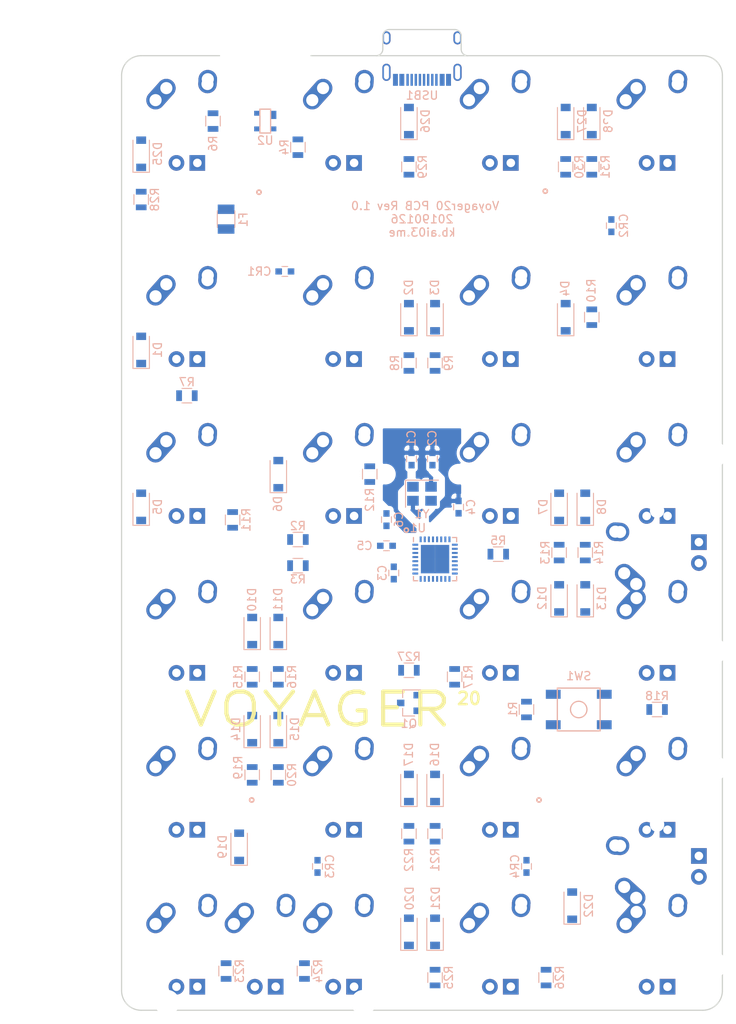
<source format=kicad_pcb>
(kicad_pcb (version 20171130) (host pcbnew "(5.1.10)-1")
  (layers (0 F.Cu signal) (31 B.Cu signal) (34 B.Paste user) (35 F.Paste user) (36 B.SilkS user) (37 F.SilkS user) (38 B.Mask user) (39 F.Mask user) (44 Edge.Cuts user))
  (net 0 "")
  (net 1 "Net-(C1-Pad1)")
  (net 2 GND)
  (net 3 "Net-(C2-Pad1)")
  (net 4 "Net-(C3-Pad1)")
  (net 5 +5V)
  (net 6 ROW0)
  (net 7 ROW1)
  (net 8 ROW2)
  (net 9 ROW3)
  (net 10 VCC)
  (net 11 COL0)
  (net 12 COL1)
  (net 13 COL2)
  (net 14 COL3)
  (net 15 "Net-(R1-Pad2)")
  (net 16 "Net-(R5-Pad2)")
  (net 17 "Net-(D1-Pad2)")
  (net 18 "Net-(D2-Pad2)")
  (net 19 "Net-(D3-Pad2)")
  (net 20 "Net-(D4-Pad2)")
  (net 21 "Net-(D5-Pad2)")
  (net 22 "Net-(D6-Pad2)")
  (net 23 "Net-(D7-Pad2)")
  (net 24 "Net-(D8-Pad2)")
  (net 25 "Net-(D10-Pad2)")
  (net 26 "Net-(D11-Pad2)")
  (net 27 "Net-(D12-Pad2)")
  (net 28 "Net-(D13-Pad2)")
  (net 29 "Net-(D14-Pad2)")
  (net 30 "Net-(D15-Pad2)")
  (net 31 "Net-(D16-Pad2)")
  (net 32 "Net-(D17-Pad2)")
  (net 33 "Net-(D19-Pad2)")
  (net 34 "Net-(D20-Pad2)")
  (net 35 "Net-(D21-Pad2)")
  (net 36 "Net-(D22-Pad2)")
  (net 37 D-)
  (net 38 "Net-(R2-Pad2)")
  (net 39 D+)
  (net 40 "Net-(R3-Pad1)")
  (net 41 "Net-(R4-Pad1)")
  (net 42 "Net-(R6-Pad1)")
  (net 43 ROW4)
  (net 44 "Net-(MX1-Pad4)")
  (net 45 "Net-(MX2-Pad4)")
  (net 46 "Net-(MX3-Pad4)")
  (net 47 "Net-(MX4-Pad4)")
  (net 48 "Net-(MX5-Pad4)")
  (net 49 "Net-(MX6-Pad4)")
  (net 50 "Net-(MX7-Pad4)")
  (net 51 "Net-(MX8-Pad4)")
  (net 52 "Net-(MX9-Pad4)")
  (net 53 "Net-(MX10-Pad4)")
  (net 54 "Net-(MX11-Pad4)")
  (net 55 "Net-(MX13-Pad4)")
  (net 56 "Net-(MX14-Pad4)")
  (net 57 "Net-(MX15-Pad4)")
  (net 58 "Net-(MX16-Pad4)")
  (net 59 "Net-(MX18-Pad4)")
  (net 60 "Net-(MX19-Pad4)")
  (net 61 LEDGND)
  (net 62 "Net-(MX-E-1-Pad4)")
  (net 63 "Net-(MX-E-2-Pad4)")
  (net 64 "Net-(MX-E-3-Pad4)")
  (net 65 "Net-(Q1-Pad1)")
  (net 66 "Net-(R27-Pad2)")
  (net 67 ROWFN)
  (net 68 "Net-(D25-Pad2)")
  (net 69 "Net-(D26-Pad2)")
  (net 70 "Net-(D27-Pad2)")
  (net 71 "Net-(D28-Pad2)")
  (net 72 "Net-(MX21-Pad4)")
  (net 73 "Net-(MX22-Pad4)")
  (net 74 "Net-(MX23-Pad4)")
  (net 75 "Net-(MX24-Pad4)")
  (module Capacitors_SMD:C_0603 (layer B.Cu) (at 74.93 56.896 90)
    (fp_text reference C1 (at 2.54 -0.024 90) (layer B.SilkS) (effects (justify mirror)))
    (fp_text value 22p)
    (pad 1 smd rect (at -0.75 0 90) (size 0.8 0.75) (layers B.Cu B.Paste B.Mask) (net 1 "Net-(C1-Pad1)"))
    (pad 2 smd rect (at 0.75 0 90) (size 0.8 0.75) (layers B.Cu B.Paste B.Mask) (net 2 GND))
  )
  (module Capacitors_SMD:C_0603 (layer B.Cu) (at 77.47 56.896 90)
    (fp_text reference C2 (at 2.54 -0.024 90) (layer B.SilkS) (effects (justify mirror)))
    (fp_text value 22p)
    (pad 2 smd rect (at 0.75 0 90) (size 0.8 0.75) (layers B.Cu B.Paste B.Mask) (net 2 GND))
    (pad 1 smd rect (at -0.75 0 90) (size 0.8 0.75) (layers B.Cu B.Paste B.Mask) (net 3 "Net-(C2-Pad1)"))
  )
  (module Capacitors_SMD:C_0603 (layer B.Cu) (at 72.771 70.739 90)
    (fp_text reference C3 (at 0 -1.397 90) (layer B.SilkS) (effects (justify mirror)))
    (fp_text value 1uF)
    (pad 1 smd rect (at -0.75 0 90) (size 0.8 0.75) (layers B.Cu B.Paste B.Mask) (net 4 "Net-(C3-Pad1)"))
    (pad 2 smd rect (at 0.75 0 90) (size 0.8 0.75) (layers B.Cu B.Paste B.Mask) (net 2 GND))
  )
  (module Capacitors_SMD:C_0603 (layer B.Cu) (at 80.645 62.738 90)
    (fp_text reference C4 (at 0 1.5 90) (layer B.SilkS) (effects (justify mirror)))
    (fp_text value 0.1u)
    (pad 1 smd rect (at -0.75 0 90) (size 0.8 0.75) (layers B.Cu B.Paste B.Mask) (net 5 +5V))
    (pad 2 smd rect (at 0.75 0 90) (size 0.8 0.75) (layers B.Cu B.Paste B.Mask) (net 2 GND))
  )
  (module Capacitors_SMD:C_0603 (layer B.Cu) (at 71.882 67.437 180)
    (fp_text reference C5 (at 2.667 0 180) (layer B.SilkS) (effects (justify mirror)))
    (fp_text value 0.1u)
    (pad 2 smd rect (at 0.75 0 180) (size 0.8 0.75) (layers B.Cu B.Paste B.Mask) (net 2 GND))
    (pad 1 smd rect (at -0.75 0 180) (size 0.8 0.75) (layers B.Cu B.Paste B.Mask) (net 5 +5V))
  )
  (module Capacitors_SMD:C_0603 (layer B.Cu) (at 71.882 64.262 90)
    (fp_text reference C6 (at 0 1.5 90) (layer B.SilkS) (effects (justify mirror)))
    (fp_text value 4.7u)
    (pad 2 smd rect (at 0.75 0 90) (size 0.8 0.75) (layers B.Cu B.Paste B.Mask) (net 2 GND))
    (pad 1 smd rect (at -0.75 0 90) (size 0.8 0.75) (layers B.Cu B.Paste B.Mask) (net 5 +5V))
  )
  (module Capacitors_SMD:C_0603 (layer B.Cu) (at 59.53125 34.13125 180)
    (fp_text reference CR1 (at 3.1115 0 180) (layer B.SilkS) (effects (justify mirror)))
    (fp_text value 0.1u)
    (pad 2 smd rect (at 0.75 0 180) (size 0.8 0.75) (layers B.Cu B.Paste B.Mask) (net 2 GND))
    (pad 1 smd rect (at -0.75 0 180) (size 0.8 0.75) (layers B.Cu B.Paste B.Mask) (net 5 +5V))
  )
  (module Capacitors_SMD:C_0603 (layer B.Cu) (at 99.21875 28.575 90)
    (fp_text reference CR2 (at 0 1.5 90) (layer B.SilkS) (effects (justify mirror)))
    (fp_text value 0.1u)
    (pad 1 smd rect (at -0.75 0 90) (size 0.8 0.75) (layers B.Cu B.Paste B.Mask) (net 5 +5V))
    (pad 2 smd rect (at 0.75 0 90) (size 0.8 0.75) (layers B.Cu B.Paste B.Mask) (net 2 GND))
  )
  (module Capacitors_SMD:C_0603 (layer B.Cu) (at 63.5 106.3625 90)
    (fp_text reference CR3 (at 0 1.5 90) (layer B.SilkS) (effects (justify mirror)))
    (fp_text value 0.1u)
    (pad 1 smd rect (at -0.75 0 90) (size 0.8 0.75) (layers B.Cu B.Paste B.Mask) (net 5 +5V))
    (pad 2 smd rect (at 0.75 0 90) (size 0.8 0.75) (layers B.Cu B.Paste B.Mask) (net 2 GND))
  )
  (module Capacitors_SMD:C_0603 (layer B.Cu) (at 88.9 106.3625 90)
    (fp_text reference CR4 (at 0 -1.397 90) (layer B.SilkS) (effects (justify mirror)))
    (fp_text value 0.1u)
    (pad 2 smd rect (at 0.75 0 90) (size 0.8 0.75) (layers B.Cu B.Paste B.Mask) (net 2 GND))
    (pad 1 smd rect (at -0.75 0 90) (size 0.8 0.75) (layers B.Cu B.Paste B.Mask) (net 5 +5V))
  )
  (module Diodes_SMD:D_SOD-123 (layer B.Cu) (at 42.06875 43.65625 90)
    (fp_text reference D1 (at 0 2 90) (layer B.SilkS) (effects (justify mirror)))
    (fp_text value SOD-123)
    (pad 2 smd rect (at 1.65 0 90) (size 0.9 1.2) (layers B.Cu B.Paste B.Mask) (net 17 "Net-(D1-Pad2)"))
    (pad 1 smd rect (at -1.65 0 90) (size 0.9 1.2) (layers B.Cu B.Paste B.Mask) (net 6 ROW0))
  )
  (module Diodes_SMD:D_SOD-123 (layer B.Cu) (at 74.6125 39.6875 90)
    (fp_text reference D2 (at 3.6195 -0.032 90) (layer B.SilkS) (effects (justify mirror)))
    (fp_text value SOD-123)
    (pad 1 smd rect (at -1.65 0 90) (size 0.9 1.2) (layers B.Cu B.Paste B.Mask) (net 6 ROW0))
    (pad 2 smd rect (at 1.65 0 90) (size 0.9 1.2) (layers B.Cu B.Paste B.Mask) (net 18 "Net-(D2-Pad2)"))
  )
  (module Diodes_SMD:D_SOD-123 (layer B.Cu) (at 77.7875 39.6875 90)
    (fp_text reference D3 (at 3.6195 -0.032 90) (layer B.SilkS) (effects (justify mirror)))
    (fp_text value SOD-123)
    (pad 2 smd rect (at 1.65 0 90) (size 0.9 1.2) (layers B.Cu B.Paste B.Mask) (net 19 "Net-(D3-Pad2)"))
    (pad 1 smd rect (at -1.65 0 90) (size 0.9 1.2) (layers B.Cu B.Paste B.Mask) (net 6 ROW0))
  )
  (module Diodes_SMD:D_SOD-123 (layer B.Cu) (at 93.6625 39.6875 90)
    (fp_text reference D4 (at 3.4925 -0.0635 90) (layer B.SilkS) (effects (justify mirror)))
    (fp_text value SOD-123)
    (pad 1 smd rect (at -1.65 0 90) (size 0.9 1.2) (layers B.Cu B.Paste B.Mask) (net 6 ROW0))
    (pad 2 smd rect (at 1.65 0 90) (size 0.9 1.2) (layers B.Cu B.Paste B.Mask) (net 20 "Net-(D4-Pad2)"))
  )
  (module Diodes_SMD:D_SOD-123 (layer B.Cu) (at 42.06875 62.70625 90)
    (fp_text reference D5 (at 0 2 90) (layer B.SilkS) (effects (justify mirror)))
    (fp_text value SOD-123)
    (pad 1 smd rect (at -1.65 0 90) (size 0.9 1.2) (layers B.Cu B.Paste B.Mask) (net 7 ROW1))
    (pad 2 smd rect (at 1.65 0 90) (size 0.9 1.2) (layers B.Cu B.Paste B.Mask) (net 21 "Net-(D5-Pad2)"))
  )
  (module Diodes_SMD:D_SOD-123 (layer B.Cu) (at 58.7375 58.7375 90)
    (fp_text reference D6 (at -3.6195 -0.0635 90) (layer B.SilkS) (effects (justify mirror)))
    (fp_text value SOD-123)
    (pad 2 smd rect (at 1.65 0 90) (size 0.9 1.2) (layers B.Cu B.Paste B.Mask) (net 22 "Net-(D6-Pad2)"))
    (pad 1 smd rect (at -1.65 0 90) (size 0.9 1.2) (layers B.Cu B.Paste B.Mask) (net 7 ROW1))
  )
  (module Diodes_SMD:D_SOD-123 (layer B.Cu) (at 92.86875 62.70625 90)
    (fp_text reference D7 (at 0 -1.93675 90) (layer B.SilkS) (effects (justify mirror)))
    (fp_text value SOD-123)
    (pad 1 smd rect (at -1.65 0 90) (size 0.9 1.2) (layers B.Cu B.Paste B.Mask) (net 7 ROW1))
    (pad 2 smd rect (at 1.65 0 90) (size 0.9 1.2) (layers B.Cu B.Paste B.Mask) (net 23 "Net-(D7-Pad2)"))
  )
  (module Diodes_SMD:D_SOD-123 (layer B.Cu) (at 96.04375 62.70625 90)
    (fp_text reference D8 (at 0 2 90) (layer B.SilkS) (effects (justify mirror)))
    (fp_text value SOD-123)
    (pad 2 smd rect (at 1.65 0 90) (size 0.9 1.2) (layers B.Cu B.Paste B.Mask) (net 24 "Net-(D8-Pad2)"))
    (pad 1 smd rect (at -1.65 0 90) (size 0.9 1.2) (layers B.Cu B.Paste B.Mask) (net 7 ROW1))
  )
  (module Diodes_SMD:D_SOD-123 (layer B.Cu) (at 55.5625 77.7875 90)
    (fp_text reference D10 (at 3.81 -0.032 90) (layer B.SilkS) (effects (justify mirror)))
    (fp_text value SOD-123)
    (pad 1 smd rect (at -1.65 0 90) (size 0.9 1.2) (layers B.Cu B.Paste B.Mask) (net 8 ROW2))
    (pad 2 smd rect (at 1.65 0 90) (size 0.9 1.2) (layers B.Cu B.Paste B.Mask) (net 25 "Net-(D10-Pad2)"))
  )
  (module Diodes_SMD:D_SOD-123 (layer B.Cu) (at 58.7375 77.7875 90)
    (fp_text reference D11 (at 3.81 -0.032 90) (layer B.SilkS) (effects (justify mirror)))
    (fp_text value SOD-123)
    (pad 2 smd rect (at 1.65 0 90) (size 0.9 1.2) (layers B.Cu B.Paste B.Mask) (net 26 "Net-(D11-Pad2)"))
    (pad 1 smd rect (at -1.65 0 90) (size 0.9 1.2) (layers B.Cu B.Paste B.Mask) (net 8 ROW2))
  )
  (module Diodes_SMD:D_SOD-123 (layer B.Cu) (at 92.86875 73.81875 90)
    (fp_text reference D12 (at 0.03175 -2.06375 90) (layer B.SilkS) (effects (justify mirror)))
    (fp_text value SOD-123)
    (pad 2 smd rect (at 1.65 0 90) (size 0.9 1.2) (layers B.Cu B.Paste B.Mask) (net 27 "Net-(D12-Pad2)"))
    (pad 1 smd rect (at -1.65 0 90) (size 0.9 1.2) (layers B.Cu B.Paste B.Mask) (net 8 ROW2))
  )
  (module Diodes_SMD:D_SOD-123 (layer B.Cu) (at 96.04375 73.81875 90)
    (fp_text reference D13 (at 0 2 90) (layer B.SilkS) (effects (justify mirror)))
    (fp_text value SOD-123)
    (pad 1 smd rect (at -1.65 0 90) (size 0.9 1.2) (layers B.Cu B.Paste B.Mask) (net 8 ROW2))
    (pad 2 smd rect (at 1.65 0 90) (size 0.9 1.2) (layers B.Cu B.Paste B.Mask) (net 28 "Net-(D13-Pad2)"))
  )
  (module Diodes_SMD:D_SOD-123 (layer B.Cu) (at 55.5625 89.69375 90)
    (fp_text reference D14 (at 0 -1.9685 90) (layer B.SilkS) (effects (justify mirror)))
    (fp_text value SOD-123)
    (pad 1 smd rect (at -1.65 0 90) (size 0.9 1.2) (layers B.Cu B.Paste B.Mask) (net 9 ROW3))
    (pad 2 smd rect (at 1.65 0 90) (size 0.9 1.2) (layers B.Cu B.Paste B.Mask) (net 29 "Net-(D14-Pad2)"))
  )
  (module Diodes_SMD:D_SOD-123 (layer B.Cu) (at 58.7375 89.69375 90)
    (fp_text reference D15 (at 0 2 90) (layer B.SilkS) (effects (justify mirror)))
    (fp_text value SOD-123)
    (pad 2 smd rect (at 1.65 0 90) (size 0.9 1.2) (layers B.Cu B.Paste B.Mask) (net 30 "Net-(D15-Pad2)"))
    (pad 1 smd rect (at -1.65 0 90) (size 0.9 1.2) (layers B.Cu B.Paste B.Mask) (net 9 ROW3))
  )
  (module Diodes_SMD:D_SOD-123 (layer B.Cu) (at 77.7875 96.8375 90)
    (fp_text reference D16 (at 4.064 -0.032 90) (layer B.SilkS) (effects (justify mirror)))
    (fp_text value SOD-123)
    (pad 2 smd rect (at 1.65 0 90) (size 0.9 1.2) (layers B.Cu B.Paste B.Mask) (net 31 "Net-(D16-Pad2)"))
    (pad 1 smd rect (at -1.65 0 90) (size 0.9 1.2) (layers B.Cu B.Paste B.Mask) (net 9 ROW3))
  )
  (module Diodes_SMD:D_SOD-123 (layer B.Cu) (at 74.6125 96.8375 90)
    (fp_text reference D17 (at 4.064 -0.032 90) (layer B.SilkS) (effects (justify mirror)))
    (fp_text value SOD-123)
    (pad 1 smd rect (at -1.65 0 90) (size 0.9 1.2) (layers B.Cu B.Paste B.Mask) (net 9 ROW3))
    (pad 2 smd rect (at 1.65 0 90) (size 0.9 1.2) (layers B.Cu B.Paste B.Mask) (net 32 "Net-(D17-Pad2)"))
  )
  (module Diodes_SMD:D_SOD-123 (layer B.Cu) (at 53.975 103.98125 90)
    (fp_text reference D19 (at 0 -2.032 90) (layer B.SilkS) (effects (justify mirror)))
    (fp_text value SOD-123)
    (pad 2 smd rect (at 1.65 0 90) (size 0.9 1.2) (layers B.Cu B.Paste B.Mask) (net 33 "Net-(D19-Pad2)"))
    (pad 1 smd rect (at -1.65 0 90) (size 0.9 1.2) (layers B.Cu B.Paste B.Mask) (net 43 ROW4))
  )
  (module Diodes_SMD:D_SOD-123 (layer B.Cu) (at 74.6125 114.3 90)
    (fp_text reference D20 (at 4.064 0.0635 90) (layer B.SilkS) (effects (justify mirror)))
    (fp_text value SOD-123)
    (pad 1 smd rect (at -1.65 0 90) (size 0.9 1.2) (layers B.Cu B.Paste B.Mask) (net 43 ROW4))
    (pad 2 smd rect (at 1.65 0 90) (size 0.9 1.2) (layers B.Cu B.Paste B.Mask) (net 34 "Net-(D20-Pad2)"))
  )
  (module Diodes_SMD:D_SOD-123 (layer B.Cu) (at 77.7875 114.3 90)
    (fp_text reference D21 (at 4.064 0.0635 90) (layer B.SilkS) (effects (justify mirror)))
    (fp_text value SOD-123)
    (pad 2 smd rect (at 1.65 0 90) (size 0.9 1.2) (layers B.Cu B.Paste B.Mask) (net 35 "Net-(D21-Pad2)"))
    (pad 1 smd rect (at -1.65 0 90) (size 0.9 1.2) (layers B.Cu B.Paste B.Mask) (net 43 ROW4))
  )
  (module Diodes_SMD:D_SOD-123 (layer B.Cu) (at 94.45625 111.125 90)
    (fp_text reference D22 (at 0 2 90) (layer B.SilkS) (effects (justify mirror)))
    (fp_text value SOD-123)
    (pad 1 smd rect (at -1.65 0 90) (size 0.9 1.2) (layers B.Cu B.Paste B.Mask) (net 43 ROW4))
    (pad 2 smd rect (at 1.65 0 90) (size 0.9 1.2) (layers B.Cu B.Paste B.Mask) (net 36 "Net-(D22-Pad2)"))
  )
  (module Fuse_Holders_and_Fuses:Fuse_SMD1206_Reflow (layer B.Cu) (at 52.3875 27.78125 90)
    (fp_text reference F1 (at -0.0635 2.0955 90) (layer B.SilkS) (effects (justify mirror)))
    (fp_text value 500mA)
    (pad 2 smd rect (at 1.2 0) (size 2.03 1.14) (layers B.Cu B.Paste B.Mask) (net 10 VCC))
    (pad 1 smd rect (at -1.2 0) (size 2.03 1.14) (layers B.Cu B.Paste B.Mask) (net 5 +5V))
  )
  (module MX_Alps_Hybrid:MX-1U (layer F.Cu) (at 47.625 39.6875)
    (fp_text reference MX1)
    (fp_text value MX-1U)
    (pad "" np_thru_hole circle (at 5.08 0 48.0996) (size 1.75 1.75) (drill 1.75) (layers *.Cu *.Mask))
    (pad "" np_thru_hole circle (at -5.08 0 48.0996) (size 1.75 1.75) (drill 1.75) (layers *.Cu *.Mask))
    (pad 4 thru_hole rect (at 1.27 5.08) (size 1.905 1.905) (drill 1.04) (layers *.Cu B.Mask) (net 44 "Net-(MX1-Pad4)"))
    (pad 3 thru_hole circle (at -1.27 5.08) (size 1.905 1.905) (drill 1.04) (layers *.Cu B.Mask) (net 5 +5V))
    (pad 1 thru_hole circle (at -2.5 -4) (size 2.25 2.25) (drill 1.47) (layers *.Cu B.Mask) (net 11 COL0))
    (pad "" np_thru_hole circle (at 0 0) (size 3.9878 3.9878) (drill 3.9878) (layers *.Cu *.Mask))
    (pad 1 thru_hole oval (at -3.81 -2.54 48.0996) (size 4.211556 2.25) (drill 1.47 (offset 0.980778 0)) (layers *.Cu B.Mask) (net 11 COL0))
    (pad 2 thru_hole circle (at 2.54 -5.08) (size 2.25 2.25) (drill 1.47) (layers *.Cu B.Mask) (net 17 "Net-(D1-Pad2)"))
    (pad 2 thru_hole oval (at 2.5 -4.5 86.0548) (size 2.831378 2.25) (drill 1.47 (offset 0.290689 0)) (layers *.Cu B.Mask) (net 17 "Net-(D1-Pad2)"))
  )
  (module MX_Alps_Hybrid:MX-1U (layer F.Cu) (at 66.675 39.6875)
    (fp_text reference MX2)
    (fp_text value MX-1U)
    (pad "" np_thru_hole circle (at 5.08 0 48.0996) (size 1.75 1.75) (drill 1.75) (layers *.Cu *.Mask))
    (pad "" np_thru_hole circle (at -5.08 0 48.0996) (size 1.75 1.75) (drill 1.75) (layers *.Cu *.Mask))
    (pad 4 thru_hole rect (at 1.27 5.08) (size 1.905 1.905) (drill 1.04) (layers *.Cu B.Mask) (net 45 "Net-(MX2-Pad4)"))
    (pad 3 thru_hole circle (at -1.27 5.08) (size 1.905 1.905) (drill 1.04) (layers *.Cu B.Mask) (net 5 +5V))
    (pad 1 thru_hole circle (at -2.5 -4) (size 2.25 2.25) (drill 1.47) (layers *.Cu B.Mask) (net 12 COL1))
    (pad "" np_thru_hole circle (at 0 0) (size 3.9878 3.9878) (drill 3.9878) (layers *.Cu *.Mask))
    (pad 1 thru_hole oval (at -3.81 -2.54 48.0996) (size 4.211556 2.25) (drill 1.47 (offset 0.980778 0)) (layers *.Cu B.Mask) (net 12 COL1))
    (pad 2 thru_hole circle (at 2.54 -5.08) (size 2.25 2.25) (drill 1.47) (layers *.Cu B.Mask) (net 18 "Net-(D2-Pad2)"))
    (pad 2 thru_hole oval (at 2.5 -4.5 86.0548) (size 2.831378 2.25) (drill 1.47 (offset 0.290689 0)) (layers *.Cu B.Mask) (net 18 "Net-(D2-Pad2)"))
  )
  (module MX_Alps_Hybrid:MX-1U (layer F.Cu) (at 85.725 39.6875)
    (fp_text reference MX3)
    (fp_text value MX-1U)
    (pad 2 thru_hole oval (at 2.5 -4.5 86.0548) (size 2.831378 2.25) (drill 1.47 (offset 0.290689 0)) (layers *.Cu B.Mask) (net 19 "Net-(D3-Pad2)"))
    (pad 2 thru_hole circle (at 2.54 -5.08) (size 2.25 2.25) (drill 1.47) (layers *.Cu B.Mask) (net 19 "Net-(D3-Pad2)"))
    (pad 1 thru_hole oval (at -3.81 -2.54 48.0996) (size 4.211556 2.25) (drill 1.47 (offset 0.980778 0)) (layers *.Cu B.Mask) (net 13 COL2))
    (pad "" np_thru_hole circle (at 0 0) (size 3.9878 3.9878) (drill 3.9878) (layers *.Cu *.Mask))
    (pad 1 thru_hole circle (at -2.5 -4) (size 2.25 2.25) (drill 1.47) (layers *.Cu B.Mask) (net 13 COL2))
    (pad 3 thru_hole circle (at -1.27 5.08) (size 1.905 1.905) (drill 1.04) (layers *.Cu B.Mask) (net 5 +5V))
    (pad 4 thru_hole rect (at 1.27 5.08) (size 1.905 1.905) (drill 1.04) (layers *.Cu B.Mask) (net 46 "Net-(MX3-Pad4)"))
    (pad "" np_thru_hole circle (at -5.08 0 48.0996) (size 1.75 1.75) (drill 1.75) (layers *.Cu *.Mask))
    (pad "" np_thru_hole circle (at 5.08 0 48.0996) (size 1.75 1.75) (drill 1.75) (layers *.Cu *.Mask))
  )
  (module MX_Alps_Hybrid:MX-1U (layer F.Cu) (at 104.775 39.6875)
    (fp_text reference MX4)
    (fp_text value MX-1U)
    (pad 2 thru_hole oval (at 2.5 -4.5 86.0548) (size 2.831378 2.25) (drill 1.47 (offset 0.290689 0)) (layers *.Cu B.Mask) (net 20 "Net-(D4-Pad2)"))
    (pad 2 thru_hole circle (at 2.54 -5.08) (size 2.25 2.25) (drill 1.47) (layers *.Cu B.Mask) (net 20 "Net-(D4-Pad2)"))
    (pad 1 thru_hole oval (at -3.81 -2.54 48.0996) (size 4.211556 2.25) (drill 1.47 (offset 0.980778 0)) (layers *.Cu B.Mask) (net 14 COL3))
    (pad "" np_thru_hole circle (at 0 0) (size 3.9878 3.9878) (drill 3.9878) (layers *.Cu *.Mask))
    (pad 1 thru_hole circle (at -2.5 -4) (size 2.25 2.25) (drill 1.47) (layers *.Cu B.Mask) (net 14 COL3))
    (pad 3 thru_hole circle (at -1.27 5.08) (size 1.905 1.905) (drill 1.04) (layers *.Cu B.Mask) (net 5 +5V))
    (pad 4 thru_hole rect (at 1.27 5.08) (size 1.905 1.905) (drill 1.04) (layers *.Cu B.Mask) (net 47 "Net-(MX4-Pad4)"))
    (pad "" np_thru_hole circle (at -5.08 0 48.0996) (size 1.75 1.75) (drill 1.75) (layers *.Cu *.Mask))
    (pad "" np_thru_hole circle (at 5.08 0 48.0996) (size 1.75 1.75) (drill 1.75) (layers *.Cu *.Mask))
  )
  (module MX_Alps_Hybrid:MX-1U (layer F.Cu) (at 47.625 58.7375)
    (fp_text reference MX5)
    (fp_text value MX-1U)
    (pad "" np_thru_hole circle (at 5.08 0 48.0996) (size 1.75 1.75) (drill 1.75) (layers *.Cu *.Mask))
    (pad "" np_thru_hole circle (at -5.08 0 48.0996) (size 1.75 1.75) (drill 1.75) (layers *.Cu *.Mask))
    (pad 4 thru_hole rect (at 1.27 5.08) (size 1.905 1.905) (drill 1.04) (layers *.Cu B.Mask) (net 48 "Net-(MX5-Pad4)"))
    (pad 3 thru_hole circle (at -1.27 5.08) (size 1.905 1.905) (drill 1.04) (layers *.Cu B.Mask) (net 5 +5V))
    (pad 1 thru_hole circle (at -2.5 -4) (size 2.25 2.25) (drill 1.47) (layers *.Cu B.Mask) (net 11 COL0))
    (pad "" np_thru_hole circle (at 0 0) (size 3.9878 3.9878) (drill 3.9878) (layers *.Cu *.Mask))
    (pad 1 thru_hole oval (at -3.81 -2.54 48.0996) (size 4.211556 2.25) (drill 1.47 (offset 0.980778 0)) (layers *.Cu B.Mask) (net 11 COL0))
    (pad 2 thru_hole circle (at 2.54 -5.08) (size 2.25 2.25) (drill 1.47) (layers *.Cu B.Mask) (net 21 "Net-(D5-Pad2)"))
    (pad 2 thru_hole oval (at 2.5 -4.5 86.0548) (size 2.831378 2.25) (drill 1.47 (offset 0.290689 0)) (layers *.Cu B.Mask) (net 21 "Net-(D5-Pad2)"))
  )
  (module MX_Alps_Hybrid:MX-1U (layer F.Cu) (at 66.675 58.7375)
    (fp_text reference MX6)
    (fp_text value MX-1U)
    (pad 2 thru_hole oval (at 2.5 -4.5 86.0548) (size 2.831378 2.25) (drill 1.47 (offset 0.290689 0)) (layers *.Cu B.Mask) (net 22 "Net-(D6-Pad2)"))
    (pad 2 thru_hole circle (at 2.54 -5.08) (size 2.25 2.25) (drill 1.47) (layers *.Cu B.Mask) (net 22 "Net-(D6-Pad2)"))
    (pad 1 thru_hole oval (at -3.81 -2.54 48.0996) (size 4.211556 2.25) (drill 1.47 (offset 0.980778 0)) (layers *.Cu B.Mask) (net 12 COL1))
    (pad "" np_thru_hole circle (at 0 0) (size 3.9878 3.9878) (drill 3.9878) (layers *.Cu *.Mask))
    (pad 1 thru_hole circle (at -2.5 -4) (size 2.25 2.25) (drill 1.47) (layers *.Cu B.Mask) (net 12 COL1))
    (pad 3 thru_hole circle (at -1.27 5.08) (size 1.905 1.905) (drill 1.04) (layers *.Cu B.Mask) (net 5 +5V))
    (pad 4 thru_hole rect (at 1.27 5.08) (size 1.905 1.905) (drill 1.04) (layers *.Cu B.Mask) (net 49 "Net-(MX6-Pad4)"))
    (pad "" np_thru_hole circle (at -5.08 0 48.0996) (size 1.75 1.75) (drill 1.75) (layers *.Cu *.Mask))
    (pad "" np_thru_hole circle (at 5.08 0 48.0996) (size 1.75 1.75) (drill 1.75) (layers *.Cu *.Mask))
  )
  (module MX_Alps_Hybrid:MX-1U (layer F.Cu) (at 85.725 58.7375)
    (fp_text reference MX7)
    (fp_text value MX-1U)
    (pad 2 thru_hole oval (at 2.5 -4.5 86.0548) (size 2.831378 2.25) (drill 1.47 (offset 0.290689 0)) (layers *.Cu B.Mask) (net 23 "Net-(D7-Pad2)"))
    (pad 2 thru_hole circle (at 2.54 -5.08) (size 2.25 2.25) (drill 1.47) (layers *.Cu B.Mask) (net 23 "Net-(D7-Pad2)"))
    (pad 1 thru_hole oval (at -3.81 -2.54 48.0996) (size 4.211556 2.25) (drill 1.47 (offset 0.980778 0)) (layers *.Cu B.Mask) (net 13 COL2))
    (pad "" np_thru_hole circle (at 0 0) (size 3.9878 3.9878) (drill 3.9878) (layers *.Cu *.Mask))
    (pad 1 thru_hole circle (at -2.5 -4) (size 2.25 2.25) (drill 1.47) (layers *.Cu B.Mask) (net 13 COL2))
    (pad 3 thru_hole circle (at -1.27 5.08) (size 1.905 1.905) (drill 1.04) (layers *.Cu B.Mask) (net 5 +5V))
    (pad 4 thru_hole rect (at 1.27 5.08) (size 1.905 1.905) (drill 1.04) (layers *.Cu B.Mask) (net 50 "Net-(MX7-Pad4)"))
    (pad "" np_thru_hole circle (at -5.08 0 48.0996) (size 1.75 1.75) (drill 1.75) (layers *.Cu *.Mask))
    (pad "" np_thru_hole circle (at 5.08 0 48.0996) (size 1.75 1.75) (drill 1.75) (layers *.Cu *.Mask))
  )
  (module MX_Alps_Hybrid:MX-1U (layer F.Cu) (at 104.775 58.7375)
    (fp_text reference MX8)
    (fp_text value MX-1U)
    (pad 2 thru_hole oval (at 2.5 -4.5 86.0548) (size 2.831378 2.25) (drill 1.47 (offset 0.290689 0)) (layers *.Cu B.Mask) (net 24 "Net-(D8-Pad2)"))
    (pad 2 thru_hole circle (at 2.54 -5.08) (size 2.25 2.25) (drill 1.47) (layers *.Cu B.Mask) (net 24 "Net-(D8-Pad2)"))
    (pad 1 thru_hole oval (at -3.81 -2.54 48.0996) (size 4.211556 2.25) (drill 1.47 (offset 0.980778 0)) (layers *.Cu B.Mask) (net 14 COL3))
    (pad "" np_thru_hole circle (at 0 0) (size 3.9878 3.9878) (drill 3.9878) (layers *.Cu *.Mask))
    (pad 1 thru_hole circle (at -2.5 -4) (size 2.25 2.25) (drill 1.47) (layers *.Cu B.Mask) (net 14 COL3))
    (pad 3 thru_hole circle (at -1.27 5.08) (size 1.905 1.905) (drill 1.04) (layers *.Cu B.Mask) (net 5 +5V))
    (pad 4 thru_hole rect (at 1.27 5.08) (size 1.905 1.905) (drill 1.04) (layers *.Cu B.Mask) (net 51 "Net-(MX8-Pad4)"))
    (pad "" np_thru_hole circle (at -5.08 0 48.0996) (size 1.75 1.75) (drill 1.75) (layers *.Cu *.Mask))
    (pad "" np_thru_hole circle (at 5.08 0 48.0996) (size 1.75 1.75) (drill 1.75) (layers *.Cu *.Mask))
  )
  (module MX_Alps_Hybrid:MX-1U (layer F.Cu) (at 47.625 77.7875)
    (fp_text reference MX9)
    (fp_text value MX-1U)
    (pad "" np_thru_hole circle (at 5.08 0 48.0996) (size 1.75 1.75) (drill 1.75) (layers *.Cu *.Mask))
    (pad "" np_thru_hole circle (at -5.08 0 48.0996) (size 1.75 1.75) (drill 1.75) (layers *.Cu *.Mask))
    (pad 4 thru_hole rect (at 1.27 5.08) (size 1.905 1.905) (drill 1.04) (layers *.Cu B.Mask) (net 52 "Net-(MX9-Pad4)"))
    (pad 3 thru_hole circle (at -1.27 5.08) (size 1.905 1.905) (drill 1.04) (layers *.Cu B.Mask) (net 5 +5V))
    (pad 1 thru_hole circle (at -2.5 -4) (size 2.25 2.25) (drill 1.47) (layers *.Cu B.Mask) (net 11 COL0))
    (pad "" np_thru_hole circle (at 0 0) (size 3.9878 3.9878) (drill 3.9878) (layers *.Cu *.Mask))
    (pad 1 thru_hole oval (at -3.81 -2.54 48.0996) (size 4.211556 2.25) (drill 1.47 (offset 0.980778 0)) (layers *.Cu B.Mask) (net 11 COL0))
    (pad 2 thru_hole circle (at 2.54 -5.08) (size 2.25 2.25) (drill 1.47) (layers *.Cu B.Mask) (net 25 "Net-(D10-Pad2)"))
    (pad 2 thru_hole oval (at 2.5 -4.5 86.0548) (size 2.831378 2.25) (drill 1.47 (offset 0.290689 0)) (layers *.Cu B.Mask) (net 25 "Net-(D10-Pad2)"))
  )
  (module MX_Alps_Hybrid:MX-1U (layer F.Cu) (at 66.675 77.7875)
    (fp_text reference MX10)
    (fp_text value MX-1U)
    (pad 2 thru_hole oval (at 2.5 -4.5 86.0548) (size 2.831378 2.25) (drill 1.47 (offset 0.290689 0)) (layers *.Cu B.Mask) (net 26 "Net-(D11-Pad2)"))
    (pad 2 thru_hole circle (at 2.54 -5.08) (size 2.25 2.25) (drill 1.47) (layers *.Cu B.Mask) (net 26 "Net-(D11-Pad2)"))
    (pad 1 thru_hole oval (at -3.81 -2.54 48.0996) (size 4.211556 2.25) (drill 1.47 (offset 0.980778 0)) (layers *.Cu B.Mask) (net 12 COL1))
    (pad "" np_thru_hole circle (at 0 0) (size 3.9878 3.9878) (drill 3.9878) (layers *.Cu *.Mask))
    (pad 1 thru_hole circle (at -2.5 -4) (size 2.25 2.25) (drill 1.47) (layers *.Cu B.Mask) (net 12 COL1))
    (pad 3 thru_hole circle (at -1.27 5.08) (size 1.905 1.905) (drill 1.04) (layers *.Cu B.Mask) (net 5 +5V))
    (pad 4 thru_hole rect (at 1.27 5.08) (size 1.905 1.905) (drill 1.04) (layers *.Cu B.Mask) (net 53 "Net-(MX10-Pad4)"))
    (pad "" np_thru_hole circle (at -5.08 0 48.0996) (size 1.75 1.75) (drill 1.75) (layers *.Cu *.Mask))
    (pad "" np_thru_hole circle (at 5.08 0 48.0996) (size 1.75 1.75) (drill 1.75) (layers *.Cu *.Mask))
  )
  (module MX_Alps_Hybrid:MX-1U (layer F.Cu) (at 85.725 77.7875)
    (fp_text reference MX11)
    (fp_text value MX-1U)
    (pad "" np_thru_hole circle (at 5.08 0 48.0996) (size 1.75 1.75) (drill 1.75) (layers *.Cu *.Mask))
    (pad "" np_thru_hole circle (at -5.08 0 48.0996) (size 1.75 1.75) (drill 1.75) (layers *.Cu *.Mask))
    (pad 4 thru_hole rect (at 1.27 5.08) (size 1.905 1.905) (drill 1.04) (layers *.Cu B.Mask) (net 54 "Net-(MX11-Pad4)"))
    (pad 3 thru_hole circle (at -1.27 5.08) (size 1.905 1.905) (drill 1.04) (layers *.Cu B.Mask) (net 5 +5V))
    (pad 1 thru_hole circle (at -2.5 -4) (size 2.25 2.25) (drill 1.47) (layers *.Cu B.Mask) (net 13 COL2))
    (pad "" np_thru_hole circle (at 0 0) (size 3.9878 3.9878) (drill 3.9878) (layers *.Cu *.Mask))
    (pad 1 thru_hole oval (at -3.81 -2.54 48.0996) (size 4.211556 2.25) (drill 1.47 (offset 0.980778 0)) (layers *.Cu B.Mask) (net 13 COL2))
    (pad 2 thru_hole circle (at 2.54 -5.08) (size 2.25 2.25) (drill 1.47) (layers *.Cu B.Mask) (net 27 "Net-(D12-Pad2)"))
    (pad 2 thru_hole oval (at 2.5 -4.5 86.0548) (size 2.831378 2.25) (drill 1.47 (offset 0.290689 0)) (layers *.Cu B.Mask) (net 27 "Net-(D12-Pad2)"))
  )
  (module MX_Alps_Hybrid:MX-1U (layer F.Cu) (at 104.775 77.7875)
    (fp_text reference MX12)
    (fp_text value MX-1U)
    (pad "" np_thru_hole circle (at 5.08 0 48.0996) (size 1.75 1.75) (drill 1.75) (layers *.Cu *.Mask))
    (pad "" np_thru_hole circle (at -5.08 0 48.0996) (size 1.75 1.75) (drill 1.75) (layers *.Cu *.Mask))
    (pad 4 thru_hole rect (at 1.27 5.08) (size 1.905 1.905) (drill 1.04) (layers *.Cu B.Mask) (net 62 "Net-(MX-E-1-Pad4)"))
    (pad 3 thru_hole circle (at -1.27 5.08) (size 1.905 1.905) (drill 1.04) (layers *.Cu B.Mask) (net 5 +5V))
    (pad 1 thru_hole circle (at -2.5 -4) (size 2.25 2.25) (drill 1.47) (layers *.Cu B.Mask) (net 14 COL3))
    (pad "" np_thru_hole circle (at 0 0) (size 3.9878 3.9878) (drill 3.9878) (layers *.Cu *.Mask))
    (pad 1 thru_hole oval (at -3.81 -2.54 48.0996) (size 4.211556 2.25) (drill 1.47 (offset 0.980778 0)) (layers *.Cu B.Mask) (net 14 COL3))
    (pad 2 thru_hole circle (at 2.54 -5.08) (size 2.25 2.25) (drill 1.47) (layers *.Cu B.Mask) (net 28 "Net-(D13-Pad2)"))
    (pad 2 thru_hole oval (at 2.5 -4.5 86.0548) (size 2.831378 2.25) (drill 1.47 (offset 0.290689 0)) (layers *.Cu B.Mask) (net 28 "Net-(D13-Pad2)"))
  )
  (module MX_Alps_Hybrid:MX-1U (layer F.Cu) (at 47.625 96.8375)
    (fp_text reference MX13)
    (fp_text value MX-1U)
    (pad "" np_thru_hole circle (at 5.08 0 48.0996) (size 1.75 1.75) (drill 1.75) (layers *.Cu *.Mask))
    (pad "" np_thru_hole circle (at -5.08 0 48.0996) (size 1.75 1.75) (drill 1.75) (layers *.Cu *.Mask))
    (pad 4 thru_hole rect (at 1.27 5.08) (size 1.905 1.905) (drill 1.04) (layers *.Cu B.Mask) (net 55 "Net-(MX13-Pad4)"))
    (pad 3 thru_hole circle (at -1.27 5.08) (size 1.905 1.905) (drill 1.04) (layers *.Cu B.Mask) (net 5 +5V))
    (pad 1 thru_hole circle (at -2.5 -4) (size 2.25 2.25) (drill 1.47) (layers *.Cu B.Mask) (net 11 COL0))
    (pad "" np_thru_hole circle (at 0 0) (size 3.9878 3.9878) (drill 3.9878) (layers *.Cu *.Mask))
    (pad 1 thru_hole oval (at -3.81 -2.54 48.0996) (size 4.211556 2.25) (drill 1.47 (offset 0.980778 0)) (layers *.Cu B.Mask) (net 11 COL0))
    (pad 2 thru_hole circle (at 2.54 -5.08) (size 2.25 2.25) (drill 1.47) (layers *.Cu B.Mask) (net 29 "Net-(D14-Pad2)"))
    (pad 2 thru_hole oval (at 2.5 -4.5 86.0548) (size 2.831378 2.25) (drill 1.47 (offset 0.290689 0)) (layers *.Cu B.Mask) (net 29 "Net-(D14-Pad2)"))
  )
  (module MX_Alps_Hybrid:MX-1U (layer F.Cu) (at 66.675 96.8375)
    (fp_text reference MX14)
    (fp_text value MX-1U)
    (pad 2 thru_hole oval (at 2.5 -4.5 86.0548) (size 2.831378 2.25) (drill 1.47 (offset 0.290689 0)) (layers *.Cu B.Mask) (net 30 "Net-(D15-Pad2)"))
    (pad 2 thru_hole circle (at 2.54 -5.08) (size 2.25 2.25) (drill 1.47) (layers *.Cu B.Mask) (net 30 "Net-(D15-Pad2)"))
    (pad 1 thru_hole oval (at -3.81 -2.54 48.0996) (size 4.211556 2.25) (drill 1.47 (offset 0.980778 0)) (layers *.Cu B.Mask) (net 12 COL1))
    (pad "" np_thru_hole circle (at 0 0) (size 3.9878 3.9878) (drill 3.9878) (layers *.Cu *.Mask))
    (pad 1 thru_hole circle (at -2.5 -4) (size 2.25 2.25) (drill 1.47) (layers *.Cu B.Mask) (net 12 COL1))
    (pad 3 thru_hole circle (at -1.27 5.08) (size 1.905 1.905) (drill 1.04) (layers *.Cu B.Mask) (net 5 +5V))
    (pad 4 thru_hole rect (at 1.27 5.08) (size 1.905 1.905) (drill 1.04) (layers *.Cu B.Mask) (net 56 "Net-(MX14-Pad4)"))
    (pad "" np_thru_hole circle (at -5.08 0 48.0996) (size 1.75 1.75) (drill 1.75) (layers *.Cu *.Mask))
    (pad "" np_thru_hole circle (at 5.08 0 48.0996) (size 1.75 1.75) (drill 1.75) (layers *.Cu *.Mask))
  )
  (module MX_Alps_Hybrid:MX-1U (layer F.Cu) (at 85.725 96.8375)
    (fp_text reference MX15)
    (fp_text value MX-1U)
    (pad "" np_thru_hole circle (at 5.08 0 48.0996) (size 1.75 1.75) (drill 1.75) (layers *.Cu *.Mask))
    (pad "" np_thru_hole circle (at -5.08 0 48.0996) (size 1.75 1.75) (drill 1.75) (layers *.Cu *.Mask))
    (pad 4 thru_hole rect (at 1.27 5.08) (size 1.905 1.905) (drill 1.04) (layers *.Cu B.Mask) (net 57 "Net-(MX15-Pad4)"))
    (pad 3 thru_hole circle (at -1.27 5.08) (size 1.905 1.905) (drill 1.04) (layers *.Cu B.Mask) (net 5 +5V))
    (pad 1 thru_hole circle (at -2.5 -4) (size 2.25 2.25) (drill 1.47) (layers *.Cu B.Mask) (net 13 COL2))
    (pad "" np_thru_hole circle (at 0 0) (size 3.9878 3.9878) (drill 3.9878) (layers *.Cu *.Mask))
    (pad 1 thru_hole oval (at -3.81 -2.54 48.0996) (size 4.211556 2.25) (drill 1.47 (offset 0.980778 0)) (layers *.Cu B.Mask) (net 13 COL2))
    (pad 2 thru_hole circle (at 2.54 -5.08) (size 2.25 2.25) (drill 1.47) (layers *.Cu B.Mask) (net 31 "Net-(D16-Pad2)"))
    (pad 2 thru_hole oval (at 2.5 -4.5 86.0548) (size 2.831378 2.25) (drill 1.47 (offset 0.290689 0)) (layers *.Cu B.Mask) (net 31 "Net-(D16-Pad2)"))
  )
  (module MX_Alps_Hybrid:MX-1U (layer F.Cu) (at 104.775 96.8375)
    (fp_text reference MX16)
    (fp_text value MX-1U)
    (pad 2 thru_hole oval (at 2.5 -4.5 86.0548) (size 2.831378 2.25) (drill 1.47 (offset 0.290689 0)) (layers *.Cu B.Mask) (net 32 "Net-(D17-Pad2)"))
    (pad 2 thru_hole circle (at 2.54 -5.08) (size 2.25 2.25) (drill 1.47) (layers *.Cu B.Mask) (net 32 "Net-(D17-Pad2)"))
    (pad 1 thru_hole oval (at -3.81 -2.54 48.0996) (size 4.211556 2.25) (drill 1.47 (offset 0.980778 0)) (layers *.Cu B.Mask) (net 14 COL3))
    (pad "" np_thru_hole circle (at 0 0) (size 3.9878 3.9878) (drill 3.9878) (layers *.Cu *.Mask))
    (pad 1 thru_hole circle (at -2.5 -4) (size 2.25 2.25) (drill 1.47) (layers *.Cu B.Mask) (net 14 COL3))
    (pad 3 thru_hole circle (at -1.27 5.08) (size 1.905 1.905) (drill 1.04) (layers *.Cu B.Mask) (net 5 +5V))
    (pad 4 thru_hole rect (at 1.27 5.08) (size 1.905 1.905) (drill 1.04) (layers *.Cu B.Mask) (net 58 "Net-(MX16-Pad4)"))
    (pad "" np_thru_hole circle (at -5.08 0 48.0996) (size 1.75 1.75) (drill 1.75) (layers *.Cu *.Mask))
    (pad "" np_thru_hole circle (at 5.08 0 48.0996) (size 1.75 1.75) (drill 1.75) (layers *.Cu *.Mask))
  )
  (module MX_Alps_Hybrid:MX-1U (layer F.Cu) (at 47.625 115.8875)
    (fp_text reference MX17)
    (fp_text value MX-1U)
    (pad 2 thru_hole oval (at 2.5 -4.5 86.0548) (size 2.831378 2.25) (drill 1.47 (offset 0.290689 0)) (layers *.Cu B.Mask) (net 33 "Net-(D19-Pad2)"))
    (pad 2 thru_hole circle (at 2.54 -5.08) (size 2.25 2.25) (drill 1.47) (layers *.Cu B.Mask) (net 33 "Net-(D19-Pad2)"))
    (pad 1 thru_hole oval (at -3.81 -2.54 48.0996) (size 4.211556 2.25) (drill 1.47 (offset 0.980778 0)) (layers *.Cu B.Mask) (net 11 COL0))
    (pad "" np_thru_hole circle (at 0 0) (size 3.9878 3.9878) (drill 3.9878) (layers *.Cu *.Mask))
    (pad 1 thru_hole circle (at -2.5 -4) (size 2.25 2.25) (drill 1.47) (layers *.Cu B.Mask) (net 11 COL0))
    (pad 3 thru_hole circle (at -1.27 5.08) (size 1.905 1.905) (drill 1.04) (layers *.Cu B.Mask) (net 5 +5V))
    (pad 4 thru_hole rect (at 1.27 5.08) (size 1.905 1.905) (drill 1.04) (layers *.Cu B.Mask) (net 64 "Net-(MX-E-3-Pad4)"))
    (pad "" np_thru_hole circle (at -5.08 0 48.0996) (size 1.75 1.75) (drill 1.75) (layers *.Cu *.Mask))
    (pad "" np_thru_hole circle (at 5.08 0 48.0996) (size 1.75 1.75) (drill 1.75) (layers *.Cu *.Mask))
  )
  (module MX_Alps_Hybrid:MX-1U (layer F.Cu) (at 66.675 115.8875)
    (fp_text reference MX18)
    (fp_text value MX-1U)
    (pad "" np_thru_hole circle (at 5.08 0 48.0996) (size 1.75 1.75) (drill 1.75) (layers *.Cu *.Mask))
    (pad "" np_thru_hole circle (at -5.08 0 48.0996) (size 1.75 1.75) (drill 1.75) (layers *.Cu *.Mask))
    (pad 4 thru_hole rect (at 1.27 5.08) (size 1.905 1.905) (drill 1.04) (layers *.Cu B.Mask) (net 59 "Net-(MX18-Pad4)"))
    (pad 3 thru_hole circle (at -1.27 5.08) (size 1.905 1.905) (drill 1.04) (layers *.Cu B.Mask) (net 5 +5V))
    (pad 1 thru_hole circle (at -2.5 -4) (size 2.25 2.25) (drill 1.47) (layers *.Cu B.Mask) (net 12 COL1))
    (pad "" np_thru_hole circle (at 0 0) (size 3.9878 3.9878) (drill 3.9878) (layers *.Cu *.Mask))
    (pad 1 thru_hole oval (at -3.81 -2.54 48.0996) (size 4.211556 2.25) (drill 1.47 (offset 0.980778 0)) (layers *.Cu B.Mask) (net 12 COL1))
    (pad 2 thru_hole circle (at 2.54 -5.08) (size 2.25 2.25) (drill 1.47) (layers *.Cu B.Mask) (net 34 "Net-(D20-Pad2)"))
    (pad 2 thru_hole oval (at 2.5 -4.5 86.0548) (size 2.831378 2.25) (drill 1.47 (offset 0.290689 0)) (layers *.Cu B.Mask) (net 34 "Net-(D20-Pad2)"))
  )
  (module MX_Alps_Hybrid:MX-1U (layer F.Cu) (at 85.725 115.8875)
    (fp_text reference MX19)
    (fp_text value MX-1U)
    (pad 2 thru_hole oval (at 2.5 -4.5 86.0548) (size 2.831378 2.25) (drill 1.47 (offset 0.290689 0)) (layers *.Cu B.Mask) (net 35 "Net-(D21-Pad2)"))
    (pad 2 thru_hole circle (at 2.54 -5.08) (size 2.25 2.25) (drill 1.47) (layers *.Cu B.Mask) (net 35 "Net-(D21-Pad2)"))
    (pad 1 thru_hole oval (at -3.81 -2.54 48.0996) (size 4.211556 2.25) (drill 1.47 (offset 0.980778 0)) (layers *.Cu B.Mask) (net 13 COL2))
    (pad "" np_thru_hole circle (at 0 0) (size 3.9878 3.9878) (drill 3.9878) (layers *.Cu *.Mask))
    (pad 1 thru_hole circle (at -2.5 -4) (size 2.25 2.25) (drill 1.47) (layers *.Cu B.Mask) (net 13 COL2))
    (pad 3 thru_hole circle (at -1.27 5.08) (size 1.905 1.905) (drill 1.04) (layers *.Cu B.Mask) (net 5 +5V))
    (pad 4 thru_hole rect (at 1.27 5.08) (size 1.905 1.905) (drill 1.04) (layers *.Cu B.Mask) (net 60 "Net-(MX19-Pad4)"))
    (pad "" np_thru_hole circle (at -5.08 0 48.0996) (size 1.75 1.75) (drill 1.75) (layers *.Cu *.Mask))
    (pad "" np_thru_hole circle (at 5.08 0 48.0996) (size 1.75 1.75) (drill 1.75) (layers *.Cu *.Mask))
  )
  (module MX_Alps_Hybrid:MX-1U (layer F.Cu) (at 104.775 115.8875)
    (fp_text reference MX20)
    (fp_text value MX-1U)
    (pad "" np_thru_hole circle (at 5.08 0 48.0996) (size 1.75 1.75) (drill 1.75) (layers *.Cu *.Mask))
    (pad "" np_thru_hole circle (at -5.08 0 48.0996) (size 1.75 1.75) (drill 1.75) (layers *.Cu *.Mask))
    (pad 4 thru_hole rect (at 1.27 5.08) (size 1.905 1.905) (drill 1.04) (layers *.Cu B.Mask) (net 63 "Net-(MX-E-2-Pad4)"))
    (pad 3 thru_hole circle (at -1.27 5.08) (size 1.905 1.905) (drill 1.04) (layers *.Cu B.Mask) (net 5 +5V))
    (pad 1 thru_hole circle (at -2.5 -4) (size 2.25 2.25) (drill 1.47) (layers *.Cu B.Mask) (net 14 COL3))
    (pad "" np_thru_hole circle (at 0 0) (size 3.9878 3.9878) (drill 3.9878) (layers *.Cu *.Mask))
    (pad 1 thru_hole oval (at -3.81 -2.54 48.0996) (size 4.211556 2.25) (drill 1.47 (offset 0.980778 0)) (layers *.Cu B.Mask) (net 14 COL3))
    (pad 2 thru_hole circle (at 2.54 -5.08) (size 2.25 2.25) (drill 1.47) (layers *.Cu B.Mask) (net 36 "Net-(D22-Pad2)"))
    (pad 2 thru_hole oval (at 2.5 -4.5 86.0548) (size 2.831378 2.25) (drill 1.47 (offset 0.290689 0)) (layers *.Cu B.Mask) (net 36 "Net-(D22-Pad2)"))
  )
  (module Resistors_SMD:R_0805 (layer B.Cu) (at 88.9 87.3125 270)
    (fp_text reference R1 (at 0 1.65 270) (layer B.SilkS) (effects (justify mirror)))
    (fp_text value 10k)
    (pad 1 smd rect (at -0.95 0 270) (size 0.7 1.3) (layers B.Cu B.Paste B.Mask) (net 5 +5V))
    (pad 2 smd rect (at 0.95 0 270) (size 0.7 1.3) (layers B.Cu B.Paste B.Mask) (net 15 "Net-(R1-Pad2)"))
  )
  (module Resistors_SMD:R_0805 (layer B.Cu) (at 61.11875 66.675 180)
    (fp_text reference R2 (at 0 1.65 180) (layer B.SilkS) (effects (justify mirror)))
    (fp_text value 22)
    (pad 2 smd rect (at 0.95 0 180) (size 0.7 1.3) (layers B.Cu B.Paste B.Mask) (net 38 "Net-(R2-Pad2)"))
    (pad 1 smd rect (at -0.95 0 180) (size 0.7 1.3) (layers B.Cu B.Paste B.Mask) (net 37 D-))
  )
  (module Resistors_SMD:R_0805 (layer B.Cu) (at 61.11875 69.85)
    (fp_text reference R3 (at 0 1.65) (layer B.SilkS) (effects (justify mirror)))
    (fp_text value 22)
    (pad 1 smd rect (at -0.95 0) (size 0.7 1.3) (layers B.Cu B.Paste B.Mask) (net 40 "Net-(R3-Pad1)"))
    (pad 2 smd rect (at 0.95 0) (size 0.7 1.3) (layers B.Cu B.Paste B.Mask) (net 39 D+))
  )
  (module Resistors_SMD:R_0805 (layer B.Cu) (at 61.11875 19.05 270)
    (fp_text reference R4 (at 0 1.65 270) (layer B.SilkS) (effects (justify mirror)))
    (fp_text value 5.1k)
    (pad 1 smd rect (at -0.95 0 270) (size 0.7 1.3) (layers B.Cu B.Paste B.Mask) (net 41 "Net-(R4-Pad1)"))
    (pad 2 smd rect (at 0.95 0 270) (size 0.7 1.3) (layers B.Cu B.Paste B.Mask) (net 2 GND))
  )
  (module Resistors_SMD:R_0805 (layer B.Cu) (at 85.471 68.453 180)
    (fp_text reference R5 (at 0 1.65 180) (layer B.SilkS) (effects (justify mirror)))
    (fp_text value 10k)
    (pad 1 smd rect (at -0.95 0 180) (size 0.7 1.3) (layers B.Cu B.Paste B.Mask) (net 2 GND))
    (pad 2 smd rect (at 0.95 0 180) (size 0.7 1.3) (layers B.Cu B.Paste B.Mask) (net 16 "Net-(R5-Pad2)"))
  )
  (module Resistors_SMD:R_0805 (layer B.Cu) (at 50.8 15.875 270)
    (fp_text reference R6 (at 2.7305 0 270) (layer B.SilkS) (effects (justify mirror)))
    (fp_text value 5.1k)
    (pad 2 smd rect (at 0.95 0 270) (size 0.7 1.3) (layers B.Cu B.Paste B.Mask) (net 2 GND))
    (pad 1 smd rect (at -0.95 0 270) (size 0.7 1.3) (layers B.Cu B.Paste B.Mask) (net 42 "Net-(R6-Pad1)"))
  )
  (module Resistors_SMD:R_0805 (layer B.Cu) (at 47.625 49.2125 180)
    (fp_text reference R7 (at 0 1.65 180) (layer B.SilkS) (effects (justify mirror)))
    (fp_text value 1k)
    (pad 2 smd rect (at 0.95 0 180) (size 0.7 1.3) (layers B.Cu B.Paste B.Mask) (net 61 LEDGND))
    (pad 1 smd rect (at -0.95 0 180) (size 0.7 1.3) (layers B.Cu B.Paste B.Mask) (net 44 "Net-(MX1-Pad4)"))
  )
  (module Resistors_SMD:R_0805 (layer B.Cu) (at 74.6125 45.24375 90)
    (fp_text reference R8 (at 0 -1.7145 90) (layer B.SilkS) (effects (justify mirror)))
    (fp_text value 1k)
    (pad 1 smd rect (at -0.95 0 90) (size 0.7 1.3) (layers B.Cu B.Paste B.Mask) (net 45 "Net-(MX2-Pad4)"))
    (pad 2 smd rect (at 0.95 0 90) (size 0.7 1.3) (layers B.Cu B.Paste B.Mask) (net 61 LEDGND))
  )
  (module Resistors_SMD:R_0805 (layer B.Cu) (at 77.7875 45.24375 90)
    (fp_text reference R9 (at 0 1.65 90) (layer B.SilkS) (effects (justify mirror)))
    (fp_text value 1k)
    (pad 2 smd rect (at 0.95 0 90) (size 0.7 1.3) (layers B.Cu B.Paste B.Mask) (net 61 LEDGND))
    (pad 1 smd rect (at -0.95 0 90) (size 0.7 1.3) (layers B.Cu B.Paste B.Mask) (net 46 "Net-(MX3-Pad4)"))
  )
  (module Resistors_SMD:R_0805 (layer B.Cu) (at 96.8375 39.6875 90)
    (fp_text reference R10 (at 3.2385 -0.0635 90) (layer B.SilkS) (effects (justify mirror)))
    (fp_text value 1k)
    (pad 1 smd rect (at -0.95 0 90) (size 0.7 1.3) (layers B.Cu B.Paste B.Mask) (net 47 "Net-(MX4-Pad4)"))
    (pad 2 smd rect (at 0.95 0 90) (size 0.7 1.3) (layers B.Cu B.Paste B.Mask) (net 61 LEDGND))
  )
  (module Resistors_SMD:R_0805 (layer B.Cu) (at 53.18125 64.29375 90)
    (fp_text reference R11 (at 0 1.65 90) (layer B.SilkS) (effects (justify mirror)))
    (fp_text value 1k)
    (pad 1 smd rect (at -0.95 0 90) (size 0.7 1.3) (layers B.Cu B.Paste B.Mask) (net 48 "Net-(MX5-Pad4)"))
    (pad 2 smd rect (at 0.95 0 90) (size 0.7 1.3) (layers B.Cu B.Paste B.Mask) (net 61 LEDGND))
  )
  (module Resistors_SMD:R_0805 (layer B.Cu) (at 69.85 58.7375 90)
    (fp_text reference R12 (at -3.1115 0 90) (layer B.SilkS) (effects (justify mirror)))
    (fp_text value 1k)
    (pad 1 smd rect (at -0.95 0 90) (size 0.7 1.3) (layers B.Cu B.Paste B.Mask) (net 49 "Net-(MX6-Pad4)"))
    (pad 2 smd rect (at 0.95 0 90) (size 0.7 1.3) (layers B.Cu B.Paste B.Mask) (net 61 LEDGND))
  )
  (module Resistors_SMD:R_0805 (layer B.Cu) (at 92.86875 68.2625 90)
    (fp_text reference R13 (at 0 -1.68275 90) (layer B.SilkS) (effects (justify mirror)))
    (fp_text value 1k)
    (pad 1 smd rect (at -0.95 0 90) (size 0.7 1.3) (layers B.Cu B.Paste B.Mask) (net 50 "Net-(MX7-Pad4)"))
    (pad 2 smd rect (at 0.95 0 90) (size 0.7 1.3) (layers B.Cu B.Paste B.Mask) (net 61 LEDGND))
  )
  (module Resistors_SMD:R_0805 (layer B.Cu) (at 96.04375 68.2625 90)
    (fp_text reference R14 (at 0 1.65 90) (layer B.SilkS) (effects (justify mirror)))
    (fp_text value 1k)
    (pad 2 smd rect (at 0.95 0 90) (size 0.7 1.3) (layers B.Cu B.Paste B.Mask) (net 61 LEDGND))
    (pad 1 smd rect (at -0.95 0 90) (size 0.7 1.3) (layers B.Cu B.Paste B.Mask) (net 51 "Net-(MX8-Pad4)"))
  )
  (module Resistors_SMD:R_0805 (layer B.Cu) (at 55.5625 83.34375 90)
    (fp_text reference R15 (at 0 -1.7145 90) (layer B.SilkS) (effects (justify mirror)))
    (fp_text value 1k)
    (pad 2 smd rect (at 0.95 0 90) (size 0.7 1.3) (layers B.Cu B.Paste B.Mask) (net 61 LEDGND))
    (pad 1 smd rect (at -0.95 0 90) (size 0.7 1.3) (layers B.Cu B.Paste B.Mask) (net 52 "Net-(MX9-Pad4)"))
  )
  (module Resistors_SMD:R_0805 (layer B.Cu) (at 58.7375 83.34375 90)
    (fp_text reference R16 (at 0 1.65 90) (layer B.SilkS) (effects (justify mirror)))
    (fp_text value 1k)
    (pad 1 smd rect (at -0.95 0 90) (size 0.7 1.3) (layers B.Cu B.Paste B.Mask) (net 53 "Net-(MX10-Pad4)"))
    (pad 2 smd rect (at 0.95 0 90) (size 0.7 1.3) (layers B.Cu B.Paste B.Mask) (net 61 LEDGND))
  )
  (module Resistors_SMD:R_0805 (layer B.Cu) (at 80.16875 83.34375 90)
    (fp_text reference R17 (at 0 1.65 90) (layer B.SilkS) (effects (justify mirror)))
    (fp_text value 1k)
    (pad 2 smd rect (at 0.95 0 90) (size 0.7 1.3) (layers B.Cu B.Paste B.Mask) (net 61 LEDGND))
    (pad 1 smd rect (at -0.95 0 90) (size 0.7 1.3) (layers B.Cu B.Paste B.Mask) (net 54 "Net-(MX11-Pad4)"))
  )
  (module Resistors_SMD:R_0805 (layer B.Cu) (at 104.775 87.3125 180)
    (fp_text reference R18 (at 0 1.65 180) (layer B.SilkS) (effects (justify mirror)))
    (fp_text value 1k)
    (pad 1 smd rect (at -0.95 0 180) (size 0.7 1.3) (layers B.Cu B.Paste B.Mask) (net 62 "Net-(MX-E-1-Pad4)"))
    (pad 2 smd rect (at 0.95 0 180) (size 0.7 1.3) (layers B.Cu B.Paste B.Mask) (net 61 LEDGND))
  )
  (module Resistors_SMD:R_0805 (layer B.Cu) (at 55.5625 95.25 90)
    (fp_text reference R19 (at 0.889 -1.7145 90) (layer B.SilkS) (effects (justify mirror)))
    (fp_text value 1k)
    (pad 2 smd rect (at 0.95 0 90) (size 0.7 1.3) (layers B.Cu B.Paste B.Mask) (net 61 LEDGND))
    (pad 1 smd rect (at -0.95 0 90) (size 0.7 1.3) (layers B.Cu B.Paste B.Mask) (net 55 "Net-(MX13-Pad4)"))
  )
  (module Resistors_SMD:R_0805 (layer B.Cu) (at 58.7375 95.25 90)
    (fp_text reference R20 (at 0 1.65 90) (layer B.SilkS) (effects (justify mirror)))
    (fp_text value 1k)
    (pad 2 smd rect (at 0.95 0 90) (size 0.7 1.3) (layers B.Cu B.Paste B.Mask) (net 61 LEDGND))
    (pad 1 smd rect (at -0.95 0 90) (size 0.7 1.3) (layers B.Cu B.Paste B.Mask) (net 56 "Net-(MX14-Pad4)"))
  )
  (module Resistors_SMD:R_0805 (layer B.Cu) (at 77.7875 102.39375 90)
    (fp_text reference R21 (at -3.175 -0.001 90) (layer B.SilkS) (effects (justify mirror)))
    (fp_text value 1k)
    (pad 2 smd rect (at 0.95 0 90) (size 0.7 1.3) (layers B.Cu B.Paste B.Mask) (net 61 LEDGND))
    (pad 1 smd rect (at -0.95 0 90) (size 0.7 1.3) (layers B.Cu B.Paste B.Mask) (net 57 "Net-(MX15-Pad4)"))
  )
  (module Resistors_SMD:R_0805 (layer B.Cu) (at 74.6125 102.39375 90)
    (fp_text reference R22 (at -3.175 -0.001 90) (layer B.SilkS) (effects (justify mirror)))
    (fp_text value 1k)
    (pad 2 smd rect (at 0.95 0 90) (size 0.7 1.3) (layers B.Cu B.Paste B.Mask) (net 61 LEDGND))
    (pad 1 smd rect (at -0.95 0 90) (size 0.7 1.3) (layers B.Cu B.Paste B.Mask) (net 58 "Net-(MX16-Pad4)"))
  )
  (module Resistors_SMD:R_0805 (layer B.Cu) (at 52.3875 119.0625 90)
    (fp_text reference R23 (at 0 1.65 90) (layer B.SilkS) (effects (justify mirror)))
    (fp_text value 1k)
    (pad 1 smd rect (at -0.95 0 90) (size 0.7 1.3) (layers B.Cu B.Paste B.Mask) (net 64 "Net-(MX-E-3-Pad4)"))
    (pad 2 smd rect (at 0.95 0 90) (size 0.7 1.3) (layers B.Cu B.Paste B.Mask) (net 61 LEDGND))
  )
  (module Resistors_SMD:R_0805 (layer B.Cu) (at 61.9125 119.0625 90)
    (fp_text reference R24 (at 0 1.65 90) (layer B.SilkS) (effects (justify mirror)))
    (fp_text value 1k)
    (pad 2 smd rect (at 0.95 0 90) (size 0.7 1.3) (layers B.Cu B.Paste B.Mask) (net 61 LEDGND))
    (pad 1 smd rect (at -0.95 0 90) (size 0.7 1.3) (layers B.Cu B.Paste B.Mask) (net 59 "Net-(MX18-Pad4)"))
  )
  (module Resistors_SMD:R_0805 (layer B.Cu) (at 77.7875 119.85625 90)
    (fp_text reference R25 (at 0 1.65 90) (layer B.SilkS) (effects (justify mirror)))
    (fp_text value 1k)
    (pad 1 smd rect (at -0.95 0 90) (size 0.7 1.3) (layers B.Cu B.Paste B.Mask) (net 60 "Net-(MX19-Pad4)"))
    (pad 2 smd rect (at 0.95 0 90) (size 0.7 1.3) (layers B.Cu B.Paste B.Mask) (net 61 LEDGND))
  )
  (module Resistors_SMD:R_0805 (layer B.Cu) (at 91.28125 119.85625 90)
    (fp_text reference R26 (at 0 1.65 90) (layer B.SilkS) (effects (justify mirror)))
    (fp_text value 1k)
    (pad 2 smd rect (at 0.95 0 90) (size 0.7 1.3) (layers B.Cu B.Paste B.Mask) (net 61 LEDGND))
    (pad 1 smd rect (at -0.95 0 90) (size 0.7 1.3) (layers B.Cu B.Paste B.Mask) (net 63 "Net-(MX-E-2-Pad4)"))
  )
  (module random-keyboard-parts:SKQG-1155865 (layer B.Cu) (at 95.25 87.3125)
    (fp_text reference SW1 (at 0 -4.064) (layer B.SilkS) (effects (justify mirror)))
    (fp_text value SW_Push)
    (pad 1 smd rect (at 3.1 -1.85) (size 1.8 1.1) (layers B.Cu B.Paste B.Mask) (net 2 GND))
    (pad 2 smd rect (at -3.1 1.85) (size 1.8 1.1) (layers B.Cu B.Paste B.Mask) (net 15 "Net-(R1-Pad2)"))
    (pad 3 smd rect (at 3.1 1.85) (size 1.8 1.1) (layers B.Cu B.Paste B.Mask))
    (pad 4 smd rect (at -3.1 -1.85) (size 1.8 1.1) (layers B.Cu B.Paste B.Mask))
  )
  (module random-keyboard-parts:SOT143B (layer B.Cu) (at 57.15 15.875 270)
    (fp_text reference U2 (at 2.3495 0) (layer B.SilkS) (effects (justify mirror)))
    (fp_text value PRTR5V0U2X)
    (pad 3 smd rect (at 0.95 1 270) (size 0.6 0.7) (layers B.Cu B.Paste B.Mask) (net 38 "Net-(R2-Pad2)"))
    (pad 2 smd rect (at 0.95 -1 270) (size 0.6 0.7) (layers B.Cu B.Paste B.Mask) (net 40 "Net-(R3-Pad1)"))
    (pad 4 smd rect (at -0.95 1 270) (size 0.6 0.7) (layers B.Cu B.Paste B.Mask) (net 10 VCC))
    (pad 1 smd rect (at -0.75 -1 270) (size 1 0.7) (layers B.Cu B.Paste B.Mask) (net 2 GND))
  )
  (module Type-C:HRO-TYPE-C-31-M-12-Assembly (layer B.Cu) (at 76.2 3.175)
    (fp_text reference USB1 (at 0 9.5885) (layer B.SilkS) (effects (justify mirror)))
    (fp_text value HRO-TYPE-C-31-M-12)
    (pad 13 thru_hole oval (at 4.32 2.6) (size 1 1.6) (drill oval 0.6 1.2) (layers *.Cu *.Mask) (net 2 GND))
    (pad 13 thru_hole oval (at -4.32 2.6) (size 1 1.6) (drill oval 0.6 1.2) (layers *.Cu *.Mask) (net 2 GND))
    (pad 13 thru_hole oval (at 4.32 6.78) (size 1 2.1) (drill oval 0.6 1.7) (layers *.Cu *.Mask) (net 2 GND))
    (pad 13 thru_hole oval (at -4.32 6.78) (size 1 2.1) (drill oval 0.6 1.7) (layers *.Cu *.Mask) (net 2 GND))
    (pad "" np_thru_hole circle (at -2.89 6.25) (size 0.65 0.65) (drill 0.65) (layers *.Cu *.Mask))
    (pad "" np_thru_hole circle (at 2.89 6.25) (size 0.65 0.65) (drill 0.65) (layers *.Cu *.Mask))
    (pad 6 smd rect (at -0.25 7.695) (size 0.3 1.45) (layers B.Cu B.Paste B.Mask) (net 40 "Net-(R3-Pad1)"))
    (pad 7 smd rect (at 0.25 7.695) (size 0.3 1.45) (layers B.Cu B.Paste B.Mask) (net 38 "Net-(R2-Pad2)"))
    (pad 8 smd rect (at 0.75 7.695) (size 0.3 1.45) (layers B.Cu B.Paste B.Mask) (net 40 "Net-(R3-Pad1)"))
    (pad 5 smd rect (at -0.75 7.695) (size 0.3 1.45) (layers B.Cu B.Paste B.Mask) (net 38 "Net-(R2-Pad2)"))
    (pad 9 smd rect (at 1.25 7.695) (size 0.3 1.45) (layers B.Cu B.Paste B.Mask))
    (pad 4 smd rect (at -1.25 7.695) (size 0.3 1.45) (layers B.Cu B.Paste B.Mask) (net 42 "Net-(R6-Pad1)"))
    (pad 10 smd rect (at 1.75 7.695) (size 0.3 1.45) (layers B.Cu B.Paste B.Mask) (net 41 "Net-(R4-Pad1)"))
    (pad 3 smd rect (at -1.75 7.695) (size 0.3 1.45) (layers B.Cu B.Paste B.Mask))
    (pad 2 smd rect (at -2.45 7.695) (size 0.6 1.45) (layers B.Cu B.Paste B.Mask) (net 10 VCC))
    (pad 11 smd rect (at 2.45 7.695) (size 0.6 1.45) (layers B.Cu B.Paste B.Mask) (net 10 VCC))
    (pad 1 smd rect (at -3.225 7.695) (size 0.6 1.45) (layers B.Cu B.Paste B.Mask) (net 2 GND))
    (pad 12 smd rect (at 3.225 7.695) (size 0.6 1.45) (layers B.Cu B.Paste B.Mask) (net 2 GND))
  )
  (module Crystals:Crystal_SMD_3225-4pin_3.2x2.5mm (layer B.Cu) (at 76.2 61.11875)
    (fp_text reference Y1 (at 0 2.45) (layer B.SilkS) (effects (justify mirror)))
    (fp_text value 16MHz)
    (pad 4 smd rect (at -1.1 0.85) (size 1.4 1.2) (layers B.Cu B.Paste B.Mask) (net 2 GND))
    (pad 3 smd rect (at 1.1 0.85) (size 1.4 1.2) (layers B.Cu B.Paste B.Mask) (net 3 "Net-(C2-Pad1)"))
    (pad 2 smd rect (at 1.1 -0.85) (size 1.4 1.2) (layers B.Cu B.Paste B.Mask) (net 2 GND))
    (pad 1 smd rect (at -1.1 -0.85) (size 1.4 1.2) (layers B.Cu B.Paste B.Mask) (net 1 "Net-(C1-Pad1)"))
  )
  (module MX_Alps_Hybrid:MX-2U-ReversedStabilizers (layer F.Cu) (at 104.775 68.2625 90)
    (fp_text reference MX-E-1)
    (fp_text value MX-2U)
    (pad 2 thru_hole oval (at 2.5 -4.5 176.0548) (size 2.831378 2.25) (drill 1.47 (offset 0.290689 0)) (layers *.Cu B.Mask) (net 28 "Net-(D13-Pad2)"))
    (pad 2 thru_hole circle (at 2.54 -5.08 90) (size 2.25 2.25) (drill 1.47) (layers *.Cu B.Mask) (net 28 "Net-(D13-Pad2)"))
    (pad 1 thru_hole oval (at -3.81 -2.54 138.0996) (size 4.211556 2.25) (drill 1.47 (offset 0.980778 0)) (layers *.Cu B.Mask) (net 14 COL3))
    (pad "" np_thru_hole circle (at 0 0 90) (size 3.9878 3.9878) (drill 3.9878) (layers *.Cu *.Mask))
    (pad 1 thru_hole circle (at -2.5 -4 90) (size 2.25 2.25) (drill 1.47) (layers *.Cu B.Mask) (net 14 COL3))
    (pad 3 thru_hole circle (at -1.27 5.08 90) (size 1.905 1.905) (drill 1.04) (layers *.Cu B.Mask) (net 5 +5V))
    (pad 4 thru_hole rect (at 1.27 5.08 90) (size 1.905 1.905) (drill 1.04) (layers *.Cu B.Mask) (net 62 "Net-(MX-E-1-Pad4)"))
    (pad "" np_thru_hole circle (at -5.08 0 138.0996) (size 1.75 1.75) (drill 1.75) (layers *.Cu *.Mask))
    (pad "" np_thru_hole circle (at 5.08 0 138.0996) (size 1.75 1.75) (drill 1.75) (layers *.Cu *.Mask))
    (pad "" np_thru_hole circle (at -11.938 6.985 90) (size 3.048 3.048) (drill 3.048) (layers *.Cu *.Mask))
    (pad "" np_thru_hole circle (at 11.938 6.985 90) (size 3.048 3.048) (drill 3.048) (layers *.Cu *.Mask))
    (pad "" np_thru_hole circle (at -11.938 -8.255 90) (size 3.9878 3.9878) (drill 3.9878) (layers *.Cu *.Mask))
    (pad "" np_thru_hole circle (at 11.938 -8.255 90) (size 3.9878 3.9878) (drill 3.9878) (layers *.Cu *.Mask))
  )
  (module MX_Alps_Hybrid:MX-2U-ReversedStabilizers (layer F.Cu) (at 104.775 106.3625 90)
    (fp_text reference MX-E-2)
    (fp_text value MX-2U)
    (pad "" np_thru_hole circle (at 11.938 -8.255 90) (size 3.9878 3.9878) (drill 3.9878) (layers *.Cu *.Mask))
    (pad "" np_thru_hole circle (at -11.938 -8.255 90) (size 3.9878 3.9878) (drill 3.9878) (layers *.Cu *.Mask))
    (pad "" np_thru_hole circle (at 11.938 6.985 90) (size 3.048 3.048) (drill 3.048) (layers *.Cu *.Mask))
    (pad "" np_thru_hole circle (at -11.938 6.985 90) (size 3.048 3.048) (drill 3.048) (layers *.Cu *.Mask))
    (pad "" np_thru_hole circle (at 5.08 0 138.0996) (size 1.75 1.75) (drill 1.75) (layers *.Cu *.Mask))
    (pad "" np_thru_hole circle (at -5.08 0 138.0996) (size 1.75 1.75) (drill 1.75) (layers *.Cu *.Mask))
    (pad 4 thru_hole rect (at 1.27 5.08 90) (size 1.905 1.905) (drill 1.04) (layers *.Cu B.Mask) (net 63 "Net-(MX-E-2-Pad4)"))
    (pad 3 thru_hole circle (at -1.27 5.08 90) (size 1.905 1.905) (drill 1.04) (layers *.Cu B.Mask) (net 5 +5V))
    (pad 1 thru_hole circle (at -2.5 -4 90) (size 2.25 2.25) (drill 1.47) (layers *.Cu B.Mask) (net 14 COL3))
    (pad "" np_thru_hole circle (at 0 0 90) (size 3.9878 3.9878) (drill 3.9878) (layers *.Cu *.Mask))
    (pad 1 thru_hole oval (at -3.81 -2.54 138.0996) (size 4.211556 2.25) (drill 1.47 (offset 0.980778 0)) (layers *.Cu B.Mask) (net 14 COL3))
    (pad 2 thru_hole circle (at 2.54 -5.08 90) (size 2.25 2.25) (drill 1.47) (layers *.Cu B.Mask) (net 36 "Net-(D22-Pad2)"))
    (pad 2 thru_hole oval (at 2.5 -4.5 176.0548) (size 2.831378 2.25) (drill 1.47 (offset 0.290689 0)) (layers *.Cu B.Mask) (net 36 "Net-(D22-Pad2)"))
  )
  (module MX_Alps_Hybrid:MX-2U-ReversedStabilizers (layer F.Cu) (at 57.15 115.8875)
    (fp_text reference MX-E-3)
    (fp_text value MX-2U)
    (pad 2 thru_hole oval (at 2.5 -4.5 86.0548) (size 2.831378 2.25) (drill 1.47 (offset 0.290689 0)) (layers *.Cu B.Mask) (net 33 "Net-(D19-Pad2)"))
    (pad 2 thru_hole circle (at 2.54 -5.08) (size 2.25 2.25) (drill 1.47) (layers *.Cu B.Mask) (net 33 "Net-(D19-Pad2)"))
    (pad 1 thru_hole oval (at -3.81 -2.54 48.0996) (size 4.211556 2.25) (drill 1.47 (offset 0.980778 0)) (layers *.Cu B.Mask) (net 11 COL0))
    (pad "" np_thru_hole circle (at 0 0) (size 3.9878 3.9878) (drill 3.9878) (layers *.Cu *.Mask))
    (pad 1 thru_hole circle (at -2.5 -4) (size 2.25 2.25) (drill 1.47) (layers *.Cu B.Mask) (net 11 COL0))
    (pad 3 thru_hole circle (at -1.27 5.08) (size 1.905 1.905) (drill 1.04) (layers *.Cu B.Mask) (net 5 +5V))
    (pad 4 thru_hole rect (at 1.27 5.08) (size 1.905 1.905) (drill 1.04) (layers *.Cu B.Mask) (net 64 "Net-(MX-E-3-Pad4)"))
    (pad "" np_thru_hole circle (at -5.08 0 48.0996) (size 1.75 1.75) (drill 1.75) (layers *.Cu *.Mask))
    (pad "" np_thru_hole circle (at 5.08 0 48.0996) (size 1.75 1.75) (drill 1.75) (layers *.Cu *.Mask))
    (pad "" np_thru_hole circle (at -11.938 6.985) (size 3.048 3.048) (drill 3.048) (layers *.Cu *.Mask))
    (pad "" np_thru_hole circle (at 11.938 6.985) (size 3.048 3.048) (drill 3.048) (layers *.Cu *.Mask))
    (pad "" np_thru_hole circle (at -11.938 -8.255) (size 3.9878 3.9878) (drill 3.9878) (layers *.Cu *.Mask))
    (pad "" np_thru_hole circle (at 11.938 -8.255) (size 3.9878 3.9878) (drill 3.9878) (layers *.Cu *.Mask))
  )
  (module Housings_DFN_QFN:QFN-32-1EP_5x5mm_Pitch0.5mm (layer B.Cu) (at 77.7875 69.05625 270)
    (fp_text reference U1 (at -3.77825 2.0955) (layer B.SilkS) (effects (justify mirror)))
    (fp_text value ATmega32U2-AU)
    (pad 33 smd rect (at -0.8625 0.8625 270) (size 1.725 1.725) (layers B.Cu B.Paste B.Mask))
    (pad 33 smd rect (at -0.8625 -0.8625 270) (size 1.725 1.725) (layers B.Cu B.Paste B.Mask))
    (pad 33 smd rect (at 0.8625 0.8625 270) (size 1.725 1.725) (layers B.Cu B.Paste B.Mask))
    (pad 33 smd rect (at 0.8625 -0.8625 270) (size 1.725 1.725) (layers B.Cu B.Paste B.Mask))
    (pad 32 smd rect (at -1.75 2.4 180) (size 0.7 0.25) (layers B.Cu B.Paste B.Mask) (net 5 +5V))
    (pad 31 smd rect (at -1.25 2.4 180) (size 0.7 0.25) (layers B.Cu B.Paste B.Mask) (net 5 +5V))
    (pad 30 smd rect (at -0.75 2.4 180) (size 0.7 0.25) (layers B.Cu B.Paste B.Mask) (net 37 D-))
    (pad 29 smd rect (at -0.25 2.4 180) (size 0.7 0.25) (layers B.Cu B.Paste B.Mask) (net 39 D+))
    (pad 28 smd rect (at 0.25 2.4 180) (size 0.7 0.25) (layers B.Cu B.Paste B.Mask) (net 2 GND))
    (pad 27 smd rect (at 0.75 2.4 180) (size 0.7 0.25) (layers B.Cu B.Paste B.Mask) (net 4 "Net-(C3-Pad1)"))
    (pad 26 smd rect (at 1.25 2.4 180) (size 0.7 0.25) (layers B.Cu B.Paste B.Mask) (net 11 COL0))
    (pad 25 smd rect (at 1.75 2.4 180) (size 0.7 0.25) (layers B.Cu B.Paste B.Mask) (net 12 COL1))
    (pad 24 smd rect (at 2.4 1.75 270) (size 0.7 0.25) (layers B.Cu B.Paste B.Mask) (net 15 "Net-(R1-Pad2)"))
    (pad 23 smd rect (at 2.4 1.25 270) (size 0.7 0.25) (layers B.Cu B.Paste B.Mask) (net 8 ROW2))
    (pad 22 smd rect (at 2.4 0.75 270) (size 0.7 0.25) (layers B.Cu B.Paste B.Mask) (net 9 ROW3))
    (pad 21 smd rect (at 2.4 0.25 270) (size 0.7 0.25) (layers B.Cu B.Paste B.Mask) (net 66 "Net-(R27-Pad2)"))
    (pad 20 smd rect (at 2.4 -0.25 270) (size 0.7 0.25) (layers B.Cu B.Paste B.Mask) (net 43 ROW4))
    (pad 19 smd rect (at 2.4 -0.75 270) (size 0.7 0.25) (layers B.Cu B.Paste B.Mask))
    (pad 18 smd rect (at 2.4 -1.25 270) (size 0.7 0.25) (layers B.Cu B.Paste B.Mask))
    (pad 17 smd rect (at 2.4 -1.75 270) (size 0.7 0.25) (layers B.Cu B.Paste B.Mask) (net 13 COL2))
    (pad 16 smd rect (at 1.75 -2.4 180) (size 0.7 0.25) (layers B.Cu B.Paste B.Mask) (net 14 COL3))
    (pad 15 smd rect (at 1.25 -2.4 180) (size 0.7 0.25) (layers B.Cu B.Paste B.Mask))
    (pad 14 smd rect (at 0.75 -2.4 180) (size 0.7 0.25) (layers B.Cu B.Paste B.Mask))
    (pad 13 smd rect (at 0.25 -2.4 180) (size 0.7 0.25) (layers B.Cu B.Paste B.Mask) (net 16 "Net-(R5-Pad2)"))
    (pad 12 smd rect (at -0.25 -2.4 180) (size 0.7 0.25) (layers B.Cu B.Paste B.Mask))
    (pad 11 smd rect (at -0.75 -2.4 180) (size 0.7 0.25) (layers B.Cu B.Paste B.Mask))
    (pad 10 smd rect (at -1.25 -2.4 180) (size 0.7 0.25) (layers B.Cu B.Paste B.Mask))
    (pad 9 smd rect (at -1.75 -2.4 180) (size 0.7 0.25) (layers B.Cu B.Paste B.Mask) (net 67 ROWFN))
    (pad 8 smd rect (at -2.4 -1.75 270) (size 0.7 0.25) (layers B.Cu B.Paste B.Mask) (net 7 ROW1))
    (pad 7 smd rect (at -2.4 -1.25 270) (size 0.7 0.25) (layers B.Cu B.Paste B.Mask) (net 6 ROW0))
    (pad 6 smd rect (at -2.4 -0.75 270) (size 0.7 0.25) (layers B.Cu B.Paste B.Mask))
    (pad 5 smd rect (at -2.4 -0.25 270) (size 0.7 0.25) (layers B.Cu B.Paste B.Mask))
    (pad 4 smd rect (at -2.4 0.25 270) (size 0.7 0.25) (layers B.Cu B.Paste B.Mask) (net 5 +5V))
    (pad 3 smd rect (at -2.4 0.75 270) (size 0.7 0.25) (layers B.Cu B.Paste B.Mask) (net 2 GND))
    (pad 2 smd rect (at -2.4 1.25 270) (size 0.7 0.25) (layers B.Cu B.Paste B.Mask) (net 3 "Net-(C2-Pad1)"))
    (pad 1 smd rect (at -2.4 1.75 270) (size 0.7 0.25) (layers B.Cu B.Paste B.Mask) (net 1 "Net-(C1-Pad1)"))
  )
  (module TO_SOT_Packages_SMD:SOT-23 (layer B.Cu) (at 74.6125 86.51875 180)
    (fp_text reference Q1 (at 0 -2.50825 180) (layer B.SilkS) (effects (justify mirror)))
    (fp_text value Q_NPN_BEC)
    (pad 3 smd rect (at 1 0 180) (size 0.9 0.8) (layers B.Cu B.Paste B.Mask) (net 61 LEDGND))
    (pad 2 smd rect (at -1 -0.95 180) (size 0.9 0.8) (layers B.Cu B.Paste B.Mask) (net 2 GND))
    (pad 1 smd rect (at -1 0.95 180) (size 0.9 0.8) (layers B.Cu B.Paste B.Mask) (net 65 "Net-(Q1-Pad1)"))
  )
  (module Resistors_SMD:R_0805 (layer B.Cu) (at 74.6125 82.55 180)
    (fp_text reference R27 (at 0 1.65 180) (layer B.SilkS) (effects (justify mirror)))
    (fp_text value 1k)
    (pad 2 smd rect (at 0.95 0 180) (size 0.7 1.3) (layers B.Cu B.Paste B.Mask) (net 66 "Net-(R27-Pad2)"))
    (pad 1 smd rect (at -0.95 0 180) (size 0.7 1.3) (layers B.Cu B.Paste B.Mask) (net 65 "Net-(Q1-Pad1)"))
  )
  (module Diodes_SMD:D_SOD-123 (layer B.Cu) (at 42.06875 19.84375 90)
    (fp_text reference D25 (at 0 2 90) (layer B.SilkS) (effects (justify mirror)))
    (fp_text value SOD-123)
    (pad 1 smd rect (at -1.65 0 90) (size 0.9 1.2) (layers B.Cu B.Paste B.Mask) (net 67 ROWFN))
    (pad 2 smd rect (at 1.65 0 90) (size 0.9 1.2) (layers B.Cu B.Paste B.Mask) (net 68 "Net-(D25-Pad2)"))
  )
  (module Diodes_SMD:D_SOD-123 (layer B.Cu) (at 74.6125 15.875 90)
    (fp_text reference D26 (at 0 2 90) (layer B.SilkS) (effects (justify mirror)))
    (fp_text value SOD-123)
    (pad 2 smd rect (at 1.65 0 90) (size 0.9 1.2) (layers B.Cu B.Paste B.Mask) (net 69 "Net-(D26-Pad2)"))
    (pad 1 smd rect (at -1.65 0 90) (size 0.9 1.2) (layers B.Cu B.Paste B.Mask) (net 67 ROWFN))
  )
  (module Diodes_SMD:D_SOD-123 (layer B.Cu) (at 93.6625 15.875 90)
    (fp_text reference D27 (at 0 2 90) (layer B.SilkS) (effects (justify mirror)))
    (fp_text value SOD-123)
    (pad 1 smd rect (at -1.65 0 90) (size 0.9 1.2) (layers B.Cu B.Paste B.Mask) (net 67 ROWFN))
    (pad 2 smd rect (at 1.65 0 90) (size 0.9 1.2) (layers B.Cu B.Paste B.Mask) (net 70 "Net-(D27-Pad2)"))
  )
  (module Diodes_SMD:D_SOD-123 (layer B.Cu) (at 96.8375 15.875 90)
    (fp_text reference D28 (at 0 2 90) (layer B.SilkS) (effects (justify mirror)))
    (fp_text value SOD-123)
    (pad 2 smd rect (at 1.65 0 90) (size 0.9 1.2) (layers B.Cu B.Paste B.Mask) (net 71 "Net-(D28-Pad2)"))
    (pad 1 smd rect (at -1.65 0 90) (size 0.9 1.2) (layers B.Cu B.Paste B.Mask) (net 67 ROWFN))
  )
  (module MX_Alps_Hybrid:MX-1U (layer F.Cu) (at 47.625 15.875)
    (fp_text reference MX21)
    (fp_text value MX-1U)
    (pad 2 thru_hole oval (at 2.5 -4.5 86.0548) (size 2.831378 2.25) (drill 1.47 (offset 0.290689 0)) (layers *.Cu B.Mask) (net 68 "Net-(D25-Pad2)"))
    (pad 2 thru_hole circle (at 2.54 -5.08) (size 2.25 2.25) (drill 1.47) (layers *.Cu B.Mask) (net 68 "Net-(D25-Pad2)"))
    (pad 1 thru_hole oval (at -3.81 -2.54 48.0996) (size 4.211556 2.25) (drill 1.47 (offset 0.980778 0)) (layers *.Cu B.Mask) (net 11 COL0))
    (pad "" np_thru_hole circle (at 0 0) (size 3.9878 3.9878) (drill 3.9878) (layers *.Cu *.Mask))
    (pad 1 thru_hole circle (at -2.5 -4) (size 2.25 2.25) (drill 1.47) (layers *.Cu B.Mask) (net 11 COL0))
    (pad 3 thru_hole circle (at -1.27 5.08) (size 1.905 1.905) (drill 1.04) (layers *.Cu B.Mask) (net 5 +5V))
    (pad 4 thru_hole rect (at 1.27 5.08) (size 1.905 1.905) (drill 1.04) (layers *.Cu B.Mask) (net 72 "Net-(MX21-Pad4)"))
    (pad "" np_thru_hole circle (at -5.08 0 48.0996) (size 1.75 1.75) (drill 1.75) (layers *.Cu *.Mask))
    (pad "" np_thru_hole circle (at 5.08 0 48.0996) (size 1.75 1.75) (drill 1.75) (layers *.Cu *.Mask))
  )
  (module MX_Alps_Hybrid:MX-1U (layer F.Cu) (at 66.675 15.875)
    (fp_text reference MX22)
    (fp_text value MX-1U)
    (pad "" np_thru_hole circle (at 5.08 0 48.0996) (size 1.75 1.75) (drill 1.75) (layers *.Cu *.Mask))
    (pad "" np_thru_hole circle (at -5.08 0 48.0996) (size 1.75 1.75) (drill 1.75) (layers *.Cu *.Mask))
    (pad 4 thru_hole rect (at 1.27 5.08) (size 1.905 1.905) (drill 1.04) (layers *.Cu B.Mask) (net 73 "Net-(MX22-Pad4)"))
    (pad 3 thru_hole circle (at -1.27 5.08) (size 1.905 1.905) (drill 1.04) (layers *.Cu B.Mask) (net 5 +5V))
    (pad 1 thru_hole circle (at -2.5 -4) (size 2.25 2.25) (drill 1.47) (layers *.Cu B.Mask) (net 12 COL1))
    (pad "" np_thru_hole circle (at 0 0) (size 3.9878 3.9878) (drill 3.9878) (layers *.Cu *.Mask))
    (pad 1 thru_hole oval (at -3.81 -2.54 48.0996) (size 4.211556 2.25) (drill 1.47 (offset 0.980778 0)) (layers *.Cu B.Mask) (net 12 COL1))
    (pad 2 thru_hole circle (at 2.54 -5.08) (size 2.25 2.25) (drill 1.47) (layers *.Cu B.Mask) (net 69 "Net-(D26-Pad2)"))
    (pad 2 thru_hole oval (at 2.5 -4.5 86.0548) (size 2.831378 2.25) (drill 1.47 (offset 0.290689 0)) (layers *.Cu B.Mask) (net 69 "Net-(D26-Pad2)"))
  )
  (module MX_Alps_Hybrid:MX-1U (layer F.Cu) (at 85.725 15.875)
    (fp_text reference MX23)
    (fp_text value MX-1U)
    (pad 2 thru_hole oval (at 2.5 -4.5 86.0548) (size 2.831378 2.25) (drill 1.47 (offset 0.290689 0)) (layers *.Cu B.Mask) (net 70 "Net-(D27-Pad2)"))
    (pad 2 thru_hole circle (at 2.54 -5.08) (size 2.25 2.25) (drill 1.47) (layers *.Cu B.Mask) (net 70 "Net-(D27-Pad2)"))
    (pad 1 thru_hole oval (at -3.81 -2.54 48.0996) (size 4.211556 2.25) (drill 1.47 (offset 0.980778 0)) (layers *.Cu B.Mask) (net 13 COL2))
    (pad "" np_thru_hole circle (at 0 0) (size 3.9878 3.9878) (drill 3.9878) (layers *.Cu *.Mask))
    (pad 1 thru_hole circle (at -2.5 -4) (size 2.25 2.25) (drill 1.47) (layers *.Cu B.Mask) (net 13 COL2))
    (pad 3 thru_hole circle (at -1.27 5.08) (size 1.905 1.905) (drill 1.04) (layers *.Cu B.Mask) (net 5 +5V))
    (pad 4 thru_hole rect (at 1.27 5.08) (size 1.905 1.905) (drill 1.04) (layers *.Cu B.Mask) (net 74 "Net-(MX23-Pad4)"))
    (pad "" np_thru_hole circle (at -5.08 0 48.0996) (size 1.75 1.75) (drill 1.75) (layers *.Cu *.Mask))
    (pad "" np_thru_hole circle (at 5.08 0 48.0996) (size 1.75 1.75) (drill 1.75) (layers *.Cu *.Mask))
  )
  (module MX_Alps_Hybrid:MX-1U (layer F.Cu) (at 104.775 15.875)
    (fp_text reference MX24)
    (fp_text value MX-1U)
    (pad "" np_thru_hole circle (at 5.08 0 48.0996) (size 1.75 1.75) (drill 1.75) (layers *.Cu *.Mask))
    (pad "" np_thru_hole circle (at -5.08 0 48.0996) (size 1.75 1.75) (drill 1.75) (layers *.Cu *.Mask))
    (pad 4 thru_hole rect (at 1.27 5.08) (size 1.905 1.905) (drill 1.04) (layers *.Cu B.Mask) (net 75 "Net-(MX24-Pad4)"))
    (pad 3 thru_hole circle (at -1.27 5.08) (size 1.905 1.905) (drill 1.04) (layers *.Cu B.Mask) (net 5 +5V))
    (pad 1 thru_hole circle (at -2.5 -4) (size 2.25 2.25) (drill 1.47) (layers *.Cu B.Mask) (net 14 COL3))
    (pad "" np_thru_hole circle (at 0 0) (size 3.9878 3.9878) (drill 3.9878) (layers *.Cu *.Mask))
    (pad 1 thru_hole oval (at -3.81 -2.54 48.0996) (size 4.211556 2.25) (drill 1.47 (offset 0.980778 0)) (layers *.Cu B.Mask) (net 14 COL3))
    (pad 2 thru_hole circle (at 2.54 -5.08) (size 2.25 2.25) (drill 1.47) (layers *.Cu B.Mask) (net 71 "Net-(D28-Pad2)"))
    (pad 2 thru_hole oval (at 2.5 -4.5 86.0548) (size 2.831378 2.25) (drill 1.47 (offset 0.290689 0)) (layers *.Cu B.Mask) (net 71 "Net-(D28-Pad2)"))
  )
  (module Resistors_SMD:R_0805 (layer B.Cu) (at 42.06875 25.4 90)
    (fp_text reference R28 (at 0 1.65 90) (layer B.SilkS) (effects (justify mirror)))
    (fp_text value 1k)
    (pad 1 smd rect (at -0.95 0 90) (size 0.7 1.3) (layers B.Cu B.Paste B.Mask) (net 72 "Net-(MX21-Pad4)"))
    (pad 2 smd rect (at 0.95 0 90) (size 0.7 1.3) (layers B.Cu B.Paste B.Mask) (net 61 LEDGND))
  )
  (module Resistors_SMD:R_0805 (layer B.Cu) (at 74.6125 21.43125 90)
    (fp_text reference R29 (at 0 1.65 90) (layer B.SilkS) (effects (justify mirror)))
    (fp_text value 1k)
    (pad 2 smd rect (at 0.95 0 90) (size 0.7 1.3) (layers B.Cu B.Paste B.Mask) (net 61 LEDGND))
    (pad 1 smd rect (at -0.95 0 90) (size 0.7 1.3) (layers B.Cu B.Paste B.Mask) (net 73 "Net-(MX22-Pad4)"))
  )
  (module Resistors_SMD:R_0805 (layer B.Cu) (at 93.6625 21.43125 90)
    (fp_text reference R30 (at 0 1.65 90) (layer B.SilkS) (effects (justify mirror)))
    (fp_text value 1k)
    (pad 1 smd rect (at -0.95 0 90) (size 0.7 1.3) (layers B.Cu B.Paste B.Mask) (net 74 "Net-(MX23-Pad4)"))
    (pad 2 smd rect (at 0.95 0 90) (size 0.7 1.3) (layers B.Cu B.Paste B.Mask) (net 61 LEDGND))
  )
  (module Resistors_SMD:R_0805 (layer B.Cu) (at 96.8375 21.43125 90)
    (fp_text reference R31 (at 0 1.65 90) (layer B.SilkS) (effects (justify mirror)))
    (fp_text value 1k)
    (pad 2 smd rect (at 0.95 0 90) (size 0.7 1.3) (layers B.Cu B.Paste B.Mask) (net 61 LEDGND))
    (pad 1 smd rect (at -0.95 0 90) (size 0.7 1.3) (layers B.Cu B.Paste B.Mask) (net 75 "Net-(MX24-Pad4)"))
  )
  (gr_arc (start 42.06875 10.31875) (end 42.06875 7.9375) (angle -90) (layer Edge.Cuts) (width 0.15))
  (gr_line (start 42.06875 7.9375) (end 51.59375 7.9375) (layer Edge.Cuts) (width 0.15))
  (gr_text "Voyager20 PCB Rev 1.0 \n20190126\nkb.ai03.me" (at 76.2 27.78125) (layer B.SilkS) (effects (font (size 1 1)) (justify mirror)))
  (gr_text 20 (at 81.915 85.979) (layer F.SilkS) (effects (font (size 1.5 1.5) (thickness 0.3))))
  (gr_text VOYAGER (at 63.5 87.3125) (layer F.SilkS) (effects (font (size 4 5) (thickness 0.5))))
  (gr_circle (center 55.499 98.298) (end 55.499 98.044) (layer B.SilkS) (width 0.2))
  (gr_circle (center 90.424 98.298) (end 90.424 98.044) (layer B.SilkS) (width 0.2))
  (gr_circle (center 91.186 24.384) (end 91.186 24.13) (layer B.SilkS) (width 0.2))
  (gr_circle (center 56.388 24.511) (end 56.388 24.257) (layer B.SilkS) (width 0.2))
  (gr_circle (center 74.295 65.532) (end 74.295 65.278) (layer B.SilkS) (width 0.2))
  (gr_arc (start 81.75625 7.14375) (end 80.9625 7.14375) (angle -90) (layer Edge.Cuts) (width 0.15))
  (gr_arc (start 70.64375 7.14375) (end 70.64375 7.9375) (angle -90) (layer Edge.Cuts) (width 0.15))
  (gr_line (start 62.70625 7.9375) (end 110.33125 7.9375) (layer Edge.Cuts) (width 0.15))
  (gr_line (start 80.9625 5.55625) (end 80.9625 7.14375) (layer Edge.Cuts) (width 0.15))
  (gr_line (start 72.23125 4.7625) (end 80.16875 4.7625) (layer Edge.Cuts) (width 0.15))
  (gr_line (start 71.4375 7.14375) (end 71.4375 5.55625) (layer Edge.Cuts) (width 0.15))
  (gr_arc (start 80.16875 5.55625) (end 80.9625 5.55625) (angle -90) (layer Edge.Cuts) (width 0.15))
  (gr_arc (start 72.23125 5.55625) (end 72.23125 4.7625) (angle -90) (layer Edge.Cuts) (width 0.15))
  (gr_line (start 39.6875 121.44375) (end 39.6875 10.31875) (layer Edge.Cuts) (width 0.15))
  (gr_line (start 110.33125 123.825) (end 42.06875 123.825) (layer Edge.Cuts) (width 0.15))
  (gr_line (start 112.7125 121.44375) (end 112.7125 10.31875) (layer Edge.Cuts) (width 0.15))
  (gr_arc (start 110.33125 121.44375) (end 110.33125 123.825) (angle -90) (layer Edge.Cuts) (width 0.15))
  (gr_arc (start 42.06875 121.44375) (end 39.6875 121.44375) (angle -90) (layer Edge.Cuts) (width 0.15))
  (gr_arc (start 110.33125 10.31875) (end 112.7125 10.31875) (angle -90) (layer Edge.Cuts) (width 0.15))
  (zone (net 2) (net_name GND) (layer B.Cu) (connect_pads (clearance 0.381)) (min_thickness 0.254) (fill yes (arc_segments 32) (thermal_gap 0.508) (thermal_bridge_width 0.508))
    (polygon (pts (xy 71.4375 53.18125) (xy 80.9625 53.18125) (xy 80.9625 65.88125) (xy 73.81875 65.88125) (xy 73.025 65.0875) (xy 73.025 63.5) (xy 71.4375 61.9125)))
  )
)
</source>
